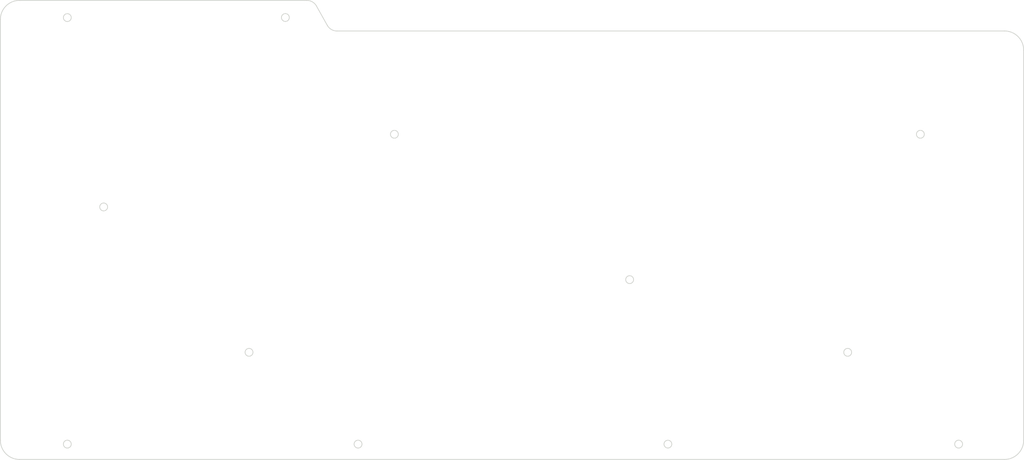
<source format=kicad_pcb>
(kicad_pcb (version 20171130) (host pcbnew 5.0.1)

  (general
    (thickness 1.6)
    (drawings 24)
    (tracks 0)
    (zones 0)
    (modules 65)
    (nets 1)
  )

  (page A3)
  (layers
    (0 F.Cu signal)
    (31 B.Cu signal)
    (32 B.Adhes user)
    (33 F.Adhes user)
    (34 B.Paste user)
    (35 F.Paste user)
    (36 B.SilkS user)
    (37 F.SilkS user)
    (38 B.Mask user)
    (39 F.Mask user)
    (40 Dwgs.User user)
    (41 Cmts.User user)
    (42 Eco1.User user)
    (43 Eco2.User user)
    (44 Edge.Cuts user)
    (45 Margin user)
    (46 B.CrtYd user)
    (47 F.CrtYd user)
    (48 B.Fab user)
    (49 F.Fab user)
  )

  (setup
    (last_trace_width 0.25)
    (trace_clearance 0.2)
    (zone_clearance 0.508)
    (zone_45_only no)
    (trace_min 0.2)
    (segment_width 0.2)
    (edge_width 0.2)
    (via_size 0.8)
    (via_drill 0.4)
    (via_min_size 0.4)
    (via_min_drill 0.3)
    (uvia_size 0.3)
    (uvia_drill 0.1)
    (uvias_allowed no)
    (uvia_min_size 0.2)
    (uvia_min_drill 0.1)
    (pcb_text_width 0.3)
    (pcb_text_size 1.5 1.5)
    (mod_edge_width 0.15)
    (mod_text_size 1 1)
    (mod_text_width 0.15)
    (pad_size 1.524 1.524)
    (pad_drill 0.762)
    (pad_to_mask_clearance 0.051)
    (solder_mask_min_width 0.25)
    (aux_axis_origin 0 0)
    (visible_elements FFFDF7FF)
    (pcbplotparams
      (layerselection 0x010fc_ffffffff)
      (usegerberextensions true)
      (usegerberattributes false)
      (usegerberadvancedattributes false)
      (creategerberjobfile false)
      (excludeedgelayer false)
      (linewidth 0.100000)
      (plotframeref false)
      (viasonmask false)
      (mode 1)
      (useauxorigin false)
      (hpglpennumber 1)
      (hpglpenspeed 20)
      (hpglpendiameter 15.000000)
      (psnegative false)
      (psa4output false)
      (plotreference true)
      (plotvalue true)
      (plotinvisibletext false)
      (padsonsilk false)
      (subtractmaskfromsilk false)
      (outputformat 1)
      (mirror false)
      (drillshape 0)
      (scaleselection 1)
      (outputdirectory "../Photos/Profiled Case/"))
  )

  (net 0 "")

  (net_class Default "This is the default net class."
    (clearance 0.2)
    (trace_width 0.25)
    (via_dia 0.8)
    (via_drill 0.4)
    (uvia_dia 0.3)
    (uvia_drill 0.1)
  )

  (module logos:MX_Stabilizer_Cutout-2u (layer F.Cu) (tedit 5C65CF47) (tstamp 5C65435C)
    (at 219.975 169.65 180)
    (fp_text reference REF** (at 0.25 10.05 180) (layer Eco2.User) hide
      (effects (font (size 1 1) (thickness 0.15)))
    )
    (fp_text value MX_Stabilizer_Cutout-2u (at 0 -15.24 180) (layer F.Fab) hide
      (effects (font (size 1 1) (thickness 0.15)))
    )
    (fp_line (start 19 -9.5) (end 19 9.5) (layer Dwgs.User) (width 0.15))
    (fp_line (start 19 9.5) (end -19 9.5) (layer Dwgs.User) (width 0.15))
    (fp_line (start -19 9.5) (end -19 -9.5) (layer Dwgs.User) (width 0.15))
    (fp_line (start -19 -9.5) (end 19 -9.5) (layer Dwgs.User) (width 0.15))
    (pad "" np_thru_hole oval (at -15.5448 0.3556 180) (size 1.1684 0.3048) (drill oval 1.1684 0.3048) (layers *.Cu *.Mask))
    (pad "" np_thru_hole oval (at -11.93 8.46 180) (size 6.6548 0.3048) (drill oval 6.6548 0.3048) (layers *.Cu *.Mask))
    (pad "" np_thru_hole oval (at -8.76 1.46 180) (size 0.3048 14.2936) (drill oval 0.3048 14.2936) (layers *.Cu *.Mask))
    (pad "" np_thru_hole oval (at -15.12 1.46 180) (size 0.3048 14.2936) (drill oval 0.3048 14.2936) (layers *.Cu *.Mask))
    (pad "" np_thru_hole oval (at -15.9766 -0.889 180) (size 0.3048 2.794) (drill oval 0.3048 2.794) (layers *.Cu *.Mask))
    (pad "" np_thru_hole oval (at -15.5448 -2.1336 180) (size 1.1684 0.3048) (drill oval 1.1684 0.3048) (layers *.Cu *.Mask))
    (pad "" np_thru_hole oval (at -11.938 -5.5372 180) (size 6.6548 0.3048) (drill oval 6.6548 0.3048) (layers *.Cu *.Mask))
    (pad "" np_thru_hole oval (at 11.934103 -5.533114 180) (size 6.6548 0.3048) (drill oval 6.6548 0.3048) (layers *.Cu *.Mask))
    (pad "" np_thru_hole oval (at 15.540903 -2.129514 180) (size 1.1684 0.3048) (drill oval 1.1684 0.3048) (layers *.Cu *.Mask))
    (pad "" np_thru_hole oval (at 15.972703 -0.884914 180) (size 0.3048 2.794) (drill oval 0.3048 2.794) (layers *.Cu *.Mask))
    (pad "" np_thru_hole oval (at 15.540903 0.359686 180) (size 1.1684 0.3048) (drill oval 1.1684 0.3048) (layers *.Cu *.Mask))
    (pad "" np_thru_hole oval (at 15.116103 1.464086 180) (size 0.3048 14.2936) (drill oval 0.3048 14.2936) (layers *.Cu *.Mask))
    (pad "" np_thru_hole oval (at 11.926103 8.464086 180) (size 6.6548 0.3048) (drill oval 6.6548 0.3048) (layers *.Cu *.Mask))
    (pad "" np_thru_hole oval (at 8.756103 1.464086 180) (size 0.3048 14.2936) (drill oval 0.3048 14.2936) (layers *.Cu *.Mask))
  )

  (module logos:MX_Stabilizer_Cutout-2u (layer F.Cu) (tedit 5C65CF47) (tstamp 5C652459)
    (at 177.475 169.625 180)
    (fp_text reference REF** (at 0.25 10.05 180) (layer Eco2.User) hide
      (effects (font (size 1 1) (thickness 0.15)))
    )
    (fp_text value MX_Stabilizer_Cutout-2u (at 0 -15.24 180) (layer F.Fab) hide
      (effects (font (size 1 1) (thickness 0.15)))
    )
    (fp_line (start 19 -9.5) (end 19 9.5) (layer Dwgs.User) (width 0.15))
    (fp_line (start 19 9.5) (end -19 9.5) (layer Dwgs.User) (width 0.15))
    (fp_line (start -19 9.5) (end -19 -9.5) (layer Dwgs.User) (width 0.15))
    (fp_line (start -19 -9.5) (end 19 -9.5) (layer Dwgs.User) (width 0.15))
    (pad "" np_thru_hole oval (at -15.5448 0.3556 180) (size 1.1684 0.3048) (drill oval 1.1684 0.3048) (layers *.Cu *.Mask))
    (pad "" np_thru_hole oval (at -11.93 8.46 180) (size 6.6548 0.3048) (drill oval 6.6548 0.3048) (layers *.Cu *.Mask))
    (pad "" np_thru_hole oval (at -8.76 1.46 180) (size 0.3048 14.2936) (drill oval 0.3048 14.2936) (layers *.Cu *.Mask))
    (pad "" np_thru_hole oval (at -15.12 1.46 180) (size 0.3048 14.2936) (drill oval 0.3048 14.2936) (layers *.Cu *.Mask))
    (pad "" np_thru_hole oval (at -15.9766 -0.889 180) (size 0.3048 2.794) (drill oval 0.3048 2.794) (layers *.Cu *.Mask))
    (pad "" np_thru_hole oval (at -15.5448 -2.1336 180) (size 1.1684 0.3048) (drill oval 1.1684 0.3048) (layers *.Cu *.Mask))
    (pad "" np_thru_hole oval (at -11.938 -5.5372 180) (size 6.6548 0.3048) (drill oval 6.6548 0.3048) (layers *.Cu *.Mask))
    (pad "" np_thru_hole oval (at 11.934103 -5.533114 180) (size 6.6548 0.3048) (drill oval 6.6548 0.3048) (layers *.Cu *.Mask))
    (pad "" np_thru_hole oval (at 15.540903 -2.129514 180) (size 1.1684 0.3048) (drill oval 1.1684 0.3048) (layers *.Cu *.Mask))
    (pad "" np_thru_hole oval (at 15.972703 -0.884914 180) (size 0.3048 2.794) (drill oval 0.3048 2.794) (layers *.Cu *.Mask))
    (pad "" np_thru_hole oval (at 15.540903 0.359686 180) (size 1.1684 0.3048) (drill oval 1.1684 0.3048) (layers *.Cu *.Mask))
    (pad "" np_thru_hole oval (at 15.116103 1.464086 180) (size 0.3048 14.2936) (drill oval 0.3048 14.2936) (layers *.Cu *.Mask))
    (pad "" np_thru_hole oval (at 11.926103 8.464086 180) (size 6.6548 0.3048) (drill oval 6.6548 0.3048) (layers *.Cu *.Mask))
    (pad "" np_thru_hole oval (at 8.756103 1.464086 180) (size 0.3048 14.2936) (drill oval 0.3048 14.2936) (layers *.Cu *.Mask))
  )

  (module keebio:MX_Switch_Cutout_Slim (layer F.Cu) (tedit 5C64BF09) (tstamp 5C64D6ED)
    (at 91.974 93.654 180)
    (path /5C40D326)
    (fp_text reference SWA1 (at 0.25 10.05 180) (layer Eco2.User) hide
      (effects (font (size 1 1) (thickness 0.15)))
    )
    (fp_text value SW_PUSH (at 0 -15.24 180) (layer F.Fab) hide
      (effects (font (size 1 1) (thickness 0.15)))
    )
    (fp_line (start 9.5 -9.5) (end 9.5 9.5) (layer Dwgs.User) (width 0.15))
    (fp_line (start 9.5 9.5) (end -9.5 9.5) (layer Dwgs.User) (width 0.15))
    (fp_line (start -9.5 9.5) (end -9.5 -9.5) (layer Dwgs.User) (width 0.15))
    (fp_line (start -9.5 -9.5) (end 9.5 -9.5) (layer Dwgs.User) (width 0.15))
    (pad "" np_thru_hole oval (at 7.14375 2.667 180) (size 1.3335 0.508) (drill oval 1.3335 0.508) (layers *.Cu *.Mask))
    (pad "" np_thru_hole oval (at -7.14375 2.667 180) (size 1.3335 0.508) (drill oval 1.3335 0.508) (layers *.Cu *.Mask))
    (pad "" np_thru_hole oval (at 7.14375 -2.667 180) (size 1.3335 0.508) (drill oval 1.3335 0.508) (layers *.Cu *.Mask))
    (pad "" np_thru_hole oval (at -7.14375 -2.667 180) (size 1.3335 0.508) (drill oval 1.3335 0.508) (layers *.Cu *.Mask))
    (pad "" np_thru_hole oval (at -6.731 0 180) (size 0.508 5.842) (drill oval 0.508 5.842) (layers *.Cu *.Mask))
    (pad "" np_thru_hole oval (at 6.731 0 180) (size 0.508 5.842) (drill oval 0.508 5.842) (layers *.Cu *.Mask))
    (pad "" np_thru_hole oval (at -7.5565 4.699 180) (size 0.508 4.572) (drill oval 0.508 4.572) (layers *.Cu *.Mask))
    (pad "" np_thru_hole oval (at 7.5565 4.699 180) (size 0.508 4.572) (drill oval 0.508 4.572) (layers *.Cu *.Mask))
    (pad "" np_thru_hole oval (at 7.5565 -4.699 180) (size 0.508 4.572) (drill oval 0.508 4.572) (layers *.Cu *.Mask))
    (pad "" np_thru_hole oval (at -7.5565 -4.699 180) (size 0.508 4.572) (drill oval 0.508 4.572) (layers *.Cu *.Mask))
    (pad "" np_thru_hole oval (at 0 6.731 180) (size 15.5956 0.508) (drill oval 15.5956 0.508) (layers *.Cu *.Mask))
    (pad "" np_thru_hole oval (at 0 -6.731 180) (size 15.5956 0.508) (drill oval 15.5956 0.508) (layers *.Cu *.Mask))
  )

  (module keebio:MX_Switch_Cutout_Slim (layer F.Cu) (tedit 5C64BF09) (tstamp 5C64D700)
    (at 110.974 93.654)
    (path /5C406DCC)
    (fp_text reference SWA2 (at 0.25 10.05) (layer Eco2.User) hide
      (effects (font (size 1 1) (thickness 0.15)))
    )
    (fp_text value SW_PUSH (at 0 -15.24) (layer F.Fab) hide
      (effects (font (size 1 1) (thickness 0.15)))
    )
    (fp_line (start -9.5 -9.5) (end 9.5 -9.5) (layer Dwgs.User) (width 0.15))
    (fp_line (start -9.5 9.5) (end -9.5 -9.5) (layer Dwgs.User) (width 0.15))
    (fp_line (start 9.5 9.5) (end -9.5 9.5) (layer Dwgs.User) (width 0.15))
    (fp_line (start 9.5 -9.5) (end 9.5 9.5) (layer Dwgs.User) (width 0.15))
    (pad "" np_thru_hole oval (at 0 -6.731) (size 15.5956 0.508) (drill oval 15.5956 0.508) (layers *.Cu *.Mask))
    (pad "" np_thru_hole oval (at 0 6.731) (size 15.5956 0.508) (drill oval 15.5956 0.508) (layers *.Cu *.Mask))
    (pad "" np_thru_hole oval (at -7.5565 -4.699) (size 0.508 4.572) (drill oval 0.508 4.572) (layers *.Cu *.Mask))
    (pad "" np_thru_hole oval (at 7.5565 -4.699) (size 0.508 4.572) (drill oval 0.508 4.572) (layers *.Cu *.Mask))
    (pad "" np_thru_hole oval (at 7.5565 4.699) (size 0.508 4.572) (drill oval 0.508 4.572) (layers *.Cu *.Mask))
    (pad "" np_thru_hole oval (at -7.5565 4.699) (size 0.508 4.572) (drill oval 0.508 4.572) (layers *.Cu *.Mask))
    (pad "" np_thru_hole oval (at 6.731 0) (size 0.508 5.842) (drill oval 0.508 5.842) (layers *.Cu *.Mask))
    (pad "" np_thru_hole oval (at -6.731 0) (size 0.508 5.842) (drill oval 0.508 5.842) (layers *.Cu *.Mask))
    (pad "" np_thru_hole oval (at -7.14375 -2.667) (size 1.3335 0.508) (drill oval 1.3335 0.508) (layers *.Cu *.Mask))
    (pad "" np_thru_hole oval (at 7.14375 -2.667) (size 1.3335 0.508) (drill oval 1.3335 0.508) (layers *.Cu *.Mask))
    (pad "" np_thru_hole oval (at -7.14375 2.667) (size 1.3335 0.508) (drill oval 1.3335 0.508) (layers *.Cu *.Mask))
    (pad "" np_thru_hole oval (at 7.14375 2.667) (size 1.3335 0.508) (drill oval 1.3335 0.508) (layers *.Cu *.Mask))
  )

  (module keebio:MX_Switch_Cutout_Slim (layer F.Cu) (tedit 5C64BF09) (tstamp 5C64D713)
    (at 129.974 93.654 180)
    (path /5C40CB09)
    (fp_text reference SWA3 (at 0.25 10.05 180) (layer Eco2.User) hide
      (effects (font (size 1 1) (thickness 0.15)))
    )
    (fp_text value SW_PUSH (at 0 -15.24 180) (layer F.Fab) hide
      (effects (font (size 1 1) (thickness 0.15)))
    )
    (fp_line (start 9.5 -9.5) (end 9.5 9.5) (layer Dwgs.User) (width 0.15))
    (fp_line (start 9.5 9.5) (end -9.5 9.5) (layer Dwgs.User) (width 0.15))
    (fp_line (start -9.5 9.5) (end -9.5 -9.5) (layer Dwgs.User) (width 0.15))
    (fp_line (start -9.5 -9.5) (end 9.5 -9.5) (layer Dwgs.User) (width 0.15))
    (pad "" np_thru_hole oval (at 7.14375 2.667 180) (size 1.3335 0.508) (drill oval 1.3335 0.508) (layers *.Cu *.Mask))
    (pad "" np_thru_hole oval (at -7.14375 2.667 180) (size 1.3335 0.508) (drill oval 1.3335 0.508) (layers *.Cu *.Mask))
    (pad "" np_thru_hole oval (at 7.14375 -2.667 180) (size 1.3335 0.508) (drill oval 1.3335 0.508) (layers *.Cu *.Mask))
    (pad "" np_thru_hole oval (at -7.14375 -2.667 180) (size 1.3335 0.508) (drill oval 1.3335 0.508) (layers *.Cu *.Mask))
    (pad "" np_thru_hole oval (at -6.731 0 180) (size 0.508 5.842) (drill oval 0.508 5.842) (layers *.Cu *.Mask))
    (pad "" np_thru_hole oval (at 6.731 0 180) (size 0.508 5.842) (drill oval 0.508 5.842) (layers *.Cu *.Mask))
    (pad "" np_thru_hole oval (at -7.5565 4.699 180) (size 0.508 4.572) (drill oval 0.508 4.572) (layers *.Cu *.Mask))
    (pad "" np_thru_hole oval (at 7.5565 4.699 180) (size 0.508 4.572) (drill oval 0.508 4.572) (layers *.Cu *.Mask))
    (pad "" np_thru_hole oval (at 7.5565 -4.699 180) (size 0.508 4.572) (drill oval 0.508 4.572) (layers *.Cu *.Mask))
    (pad "" np_thru_hole oval (at -7.5565 -4.699 180) (size 0.508 4.572) (drill oval 0.508 4.572) (layers *.Cu *.Mask))
    (pad "" np_thru_hole oval (at 0 6.731 180) (size 15.5956 0.508) (drill oval 15.5956 0.508) (layers *.Cu *.Mask))
    (pad "" np_thru_hole oval (at 0 -6.731 180) (size 15.5956 0.508) (drill oval 15.5956 0.508) (layers *.Cu *.Mask))
  )

  (module keebio:MX_Switch_Cutout_Slim (layer F.Cu) (tedit 5C64BF09) (tstamp 5C64D726)
    (at 148.974 93.654 180)
    (path /5C40CC5A)
    (fp_text reference SWA4 (at 0.25 10.05 180) (layer Eco2.User) hide
      (effects (font (size 1 1) (thickness 0.15)))
    )
    (fp_text value SW_PUSH (at 0 -15.24 180) (layer F.Fab) hide
      (effects (font (size 1 1) (thickness 0.15)))
    )
    (fp_line (start -9.5 -9.5) (end 9.5 -9.5) (layer Dwgs.User) (width 0.15))
    (fp_line (start -9.5 9.5) (end -9.5 -9.5) (layer Dwgs.User) (width 0.15))
    (fp_line (start 9.5 9.5) (end -9.5 9.5) (layer Dwgs.User) (width 0.15))
    (fp_line (start 9.5 -9.5) (end 9.5 9.5) (layer Dwgs.User) (width 0.15))
    (pad "" np_thru_hole oval (at 0 -6.731 180) (size 15.5956 0.508) (drill oval 15.5956 0.508) (layers *.Cu *.Mask))
    (pad "" np_thru_hole oval (at 0 6.731 180) (size 15.5956 0.508) (drill oval 15.5956 0.508) (layers *.Cu *.Mask))
    (pad "" np_thru_hole oval (at -7.5565 -4.699 180) (size 0.508 4.572) (drill oval 0.508 4.572) (layers *.Cu *.Mask))
    (pad "" np_thru_hole oval (at 7.5565 -4.699 180) (size 0.508 4.572) (drill oval 0.508 4.572) (layers *.Cu *.Mask))
    (pad "" np_thru_hole oval (at 7.5565 4.699 180) (size 0.508 4.572) (drill oval 0.508 4.572) (layers *.Cu *.Mask))
    (pad "" np_thru_hole oval (at -7.5565 4.699 180) (size 0.508 4.572) (drill oval 0.508 4.572) (layers *.Cu *.Mask))
    (pad "" np_thru_hole oval (at 6.731 0 180) (size 0.508 5.842) (drill oval 0.508 5.842) (layers *.Cu *.Mask))
    (pad "" np_thru_hole oval (at -6.731 0 180) (size 0.508 5.842) (drill oval 0.508 5.842) (layers *.Cu *.Mask))
    (pad "" np_thru_hole oval (at -7.14375 -2.667 180) (size 1.3335 0.508) (drill oval 1.3335 0.508) (layers *.Cu *.Mask))
    (pad "" np_thru_hole oval (at 7.14375 -2.667 180) (size 1.3335 0.508) (drill oval 1.3335 0.508) (layers *.Cu *.Mask))
    (pad "" np_thru_hole oval (at -7.14375 2.667 180) (size 1.3335 0.508) (drill oval 1.3335 0.508) (layers *.Cu *.Mask))
    (pad "" np_thru_hole oval (at 7.14375 2.667 180) (size 1.3335 0.508) (drill oval 1.3335 0.508) (layers *.Cu *.Mask))
  )

  (module keebio:MX_Switch_Cutout_Slim (layer F.Cu) (tedit 5C64BF09) (tstamp 5C64D739)
    (at 167.974 93.654 180)
    (path /5C40CDB2)
    (fp_text reference SWA5 (at 0.25 10.05 180) (layer Eco2.User) hide
      (effects (font (size 1 1) (thickness 0.15)))
    )
    (fp_text value SW_PUSH (at 0 -15.24 180) (layer F.Fab) hide
      (effects (font (size 1 1) (thickness 0.15)))
    )
    (fp_line (start 9.5 -9.5) (end 9.5 9.5) (layer Dwgs.User) (width 0.15))
    (fp_line (start 9.5 9.5) (end -9.5 9.5) (layer Dwgs.User) (width 0.15))
    (fp_line (start -9.5 9.5) (end -9.5 -9.5) (layer Dwgs.User) (width 0.15))
    (fp_line (start -9.5 -9.5) (end 9.5 -9.5) (layer Dwgs.User) (width 0.15))
    (pad "" np_thru_hole oval (at 7.14375 2.667 180) (size 1.3335 0.508) (drill oval 1.3335 0.508) (layers *.Cu *.Mask))
    (pad "" np_thru_hole oval (at -7.14375 2.667 180) (size 1.3335 0.508) (drill oval 1.3335 0.508) (layers *.Cu *.Mask))
    (pad "" np_thru_hole oval (at 7.14375 -2.667 180) (size 1.3335 0.508) (drill oval 1.3335 0.508) (layers *.Cu *.Mask))
    (pad "" np_thru_hole oval (at -7.14375 -2.667 180) (size 1.3335 0.508) (drill oval 1.3335 0.508) (layers *.Cu *.Mask))
    (pad "" np_thru_hole oval (at -6.731 0 180) (size 0.508 5.842) (drill oval 0.508 5.842) (layers *.Cu *.Mask))
    (pad "" np_thru_hole oval (at 6.731 0 180) (size 0.508 5.842) (drill oval 0.508 5.842) (layers *.Cu *.Mask))
    (pad "" np_thru_hole oval (at -7.5565 4.699 180) (size 0.508 4.572) (drill oval 0.508 4.572) (layers *.Cu *.Mask))
    (pad "" np_thru_hole oval (at 7.5565 4.699 180) (size 0.508 4.572) (drill oval 0.508 4.572) (layers *.Cu *.Mask))
    (pad "" np_thru_hole oval (at 7.5565 -4.699 180) (size 0.508 4.572) (drill oval 0.508 4.572) (layers *.Cu *.Mask))
    (pad "" np_thru_hole oval (at -7.5565 -4.699 180) (size 0.508 4.572) (drill oval 0.508 4.572) (layers *.Cu *.Mask))
    (pad "" np_thru_hole oval (at 0 6.731 180) (size 15.5956 0.508) (drill oval 15.5956 0.508) (layers *.Cu *.Mask))
    (pad "" np_thru_hole oval (at 0 -6.731 180) (size 15.5956 0.508) (drill oval 15.5956 0.508) (layers *.Cu *.Mask))
  )

  (module keebio:MX_Switch_Cutout_Slim (layer F.Cu) (tedit 5C64BF09) (tstamp 5C64D74C)
    (at 186.974 93.654 180)
    (path /5C40CF09)
    (fp_text reference SWA6 (at 0.25 10.05 180) (layer Eco2.User) hide
      (effects (font (size 1 1) (thickness 0.15)))
    )
    (fp_text value SW_PUSH (at 0 -15.24 180) (layer F.Fab) hide
      (effects (font (size 1 1) (thickness 0.15)))
    )
    (fp_line (start 9.5 -9.5) (end 9.5 9.5) (layer Dwgs.User) (width 0.15))
    (fp_line (start 9.5 9.5) (end -9.5 9.5) (layer Dwgs.User) (width 0.15))
    (fp_line (start -9.5 9.5) (end -9.5 -9.5) (layer Dwgs.User) (width 0.15))
    (fp_line (start -9.5 -9.5) (end 9.5 -9.5) (layer Dwgs.User) (width 0.15))
    (pad "" np_thru_hole oval (at 7.14375 2.667 180) (size 1.3335 0.508) (drill oval 1.3335 0.508) (layers *.Cu *.Mask))
    (pad "" np_thru_hole oval (at -7.14375 2.667 180) (size 1.3335 0.508) (drill oval 1.3335 0.508) (layers *.Cu *.Mask))
    (pad "" np_thru_hole oval (at 7.14375 -2.667 180) (size 1.3335 0.508) (drill oval 1.3335 0.508) (layers *.Cu *.Mask))
    (pad "" np_thru_hole oval (at -7.14375 -2.667 180) (size 1.3335 0.508) (drill oval 1.3335 0.508) (layers *.Cu *.Mask))
    (pad "" np_thru_hole oval (at -6.731 0 180) (size 0.508 5.842) (drill oval 0.508 5.842) (layers *.Cu *.Mask))
    (pad "" np_thru_hole oval (at 6.731 0 180) (size 0.508 5.842) (drill oval 0.508 5.842) (layers *.Cu *.Mask))
    (pad "" np_thru_hole oval (at -7.5565 4.699 180) (size 0.508 4.572) (drill oval 0.508 4.572) (layers *.Cu *.Mask))
    (pad "" np_thru_hole oval (at 7.5565 4.699 180) (size 0.508 4.572) (drill oval 0.508 4.572) (layers *.Cu *.Mask))
    (pad "" np_thru_hole oval (at 7.5565 -4.699 180) (size 0.508 4.572) (drill oval 0.508 4.572) (layers *.Cu *.Mask))
    (pad "" np_thru_hole oval (at -7.5565 -4.699 180) (size 0.508 4.572) (drill oval 0.508 4.572) (layers *.Cu *.Mask))
    (pad "" np_thru_hole oval (at 0 6.731 180) (size 15.5956 0.508) (drill oval 15.5956 0.508) (layers *.Cu *.Mask))
    (pad "" np_thru_hole oval (at 0 -6.731 180) (size 15.5956 0.508) (drill oval 15.5956 0.508) (layers *.Cu *.Mask))
  )

  (module keebio:MX_Switch_Cutout_Slim (layer F.Cu) (tedit 5C64BF09) (tstamp 5C64D75F)
    (at 210.5 93.65 180)
    (path /5C40E71A)
    (fp_text reference SWA7 (at 0.25 10.05 180) (layer Eco2.User) hide
      (effects (font (size 1 1) (thickness 0.15)))
    )
    (fp_text value SW_PUSH (at 0 -15.24 180) (layer F.Fab) hide
      (effects (font (size 1 1) (thickness 0.15)))
    )
    (fp_line (start -9.5 -9.5) (end 9.5 -9.5) (layer Dwgs.User) (width 0.15))
    (fp_line (start -9.5 9.5) (end -9.5 -9.5) (layer Dwgs.User) (width 0.15))
    (fp_line (start 9.5 9.5) (end -9.5 9.5) (layer Dwgs.User) (width 0.15))
    (fp_line (start 9.5 -9.5) (end 9.5 9.5) (layer Dwgs.User) (width 0.15))
    (pad "" np_thru_hole oval (at 0 -6.731 180) (size 15.5956 0.508) (drill oval 15.5956 0.508) (layers *.Cu *.Mask))
    (pad "" np_thru_hole oval (at 0 6.731 180) (size 15.5956 0.508) (drill oval 15.5956 0.508) (layers *.Cu *.Mask))
    (pad "" np_thru_hole oval (at -7.5565 -4.699 180) (size 0.508 4.572) (drill oval 0.508 4.572) (layers *.Cu *.Mask))
    (pad "" np_thru_hole oval (at 7.5565 -4.699 180) (size 0.508 4.572) (drill oval 0.508 4.572) (layers *.Cu *.Mask))
    (pad "" np_thru_hole oval (at 7.5565 4.699 180) (size 0.508 4.572) (drill oval 0.508 4.572) (layers *.Cu *.Mask))
    (pad "" np_thru_hole oval (at -7.5565 4.699 180) (size 0.508 4.572) (drill oval 0.508 4.572) (layers *.Cu *.Mask))
    (pad "" np_thru_hole oval (at 6.731 0 180) (size 0.508 5.842) (drill oval 0.508 5.842) (layers *.Cu *.Mask))
    (pad "" np_thru_hole oval (at -6.731 0 180) (size 0.508 5.842) (drill oval 0.508 5.842) (layers *.Cu *.Mask))
    (pad "" np_thru_hole oval (at -7.14375 -2.667 180) (size 1.3335 0.508) (drill oval 1.3335 0.508) (layers *.Cu *.Mask))
    (pad "" np_thru_hole oval (at 7.14375 -2.667 180) (size 1.3335 0.508) (drill oval 1.3335 0.508) (layers *.Cu *.Mask))
    (pad "" np_thru_hole oval (at -7.14375 2.667 180) (size 1.3335 0.508) (drill oval 1.3335 0.508) (layers *.Cu *.Mask))
    (pad "" np_thru_hole oval (at 7.14375 2.667 180) (size 1.3335 0.508) (drill oval 1.3335 0.508) (layers *.Cu *.Mask))
  )

  (module keebio:MX_Switch_Cutout_Slim (layer F.Cu) (tedit 5C64BF09) (tstamp 5C64D772)
    (at 229.5 93.65 180)
    (path /5C40E666)
    (fp_text reference SWA8 (at 0.25 10.05 180) (layer Eco2.User) hide
      (effects (font (size 1 1) (thickness 0.15)))
    )
    (fp_text value SW_PUSH (at 0 -15.24 180) (layer F.Fab) hide
      (effects (font (size 1 1) (thickness 0.15)))
    )
    (fp_line (start -9.5 -9.5) (end 9.5 -9.5) (layer Dwgs.User) (width 0.15))
    (fp_line (start -9.5 9.5) (end -9.5 -9.5) (layer Dwgs.User) (width 0.15))
    (fp_line (start 9.5 9.5) (end -9.5 9.5) (layer Dwgs.User) (width 0.15))
    (fp_line (start 9.5 -9.5) (end 9.5 9.5) (layer Dwgs.User) (width 0.15))
    (pad "" np_thru_hole oval (at 0 -6.731 180) (size 15.5956 0.508) (drill oval 15.5956 0.508) (layers *.Cu *.Mask))
    (pad "" np_thru_hole oval (at 0 6.731 180) (size 15.5956 0.508) (drill oval 15.5956 0.508) (layers *.Cu *.Mask))
    (pad "" np_thru_hole oval (at -7.5565 -4.699 180) (size 0.508 4.572) (drill oval 0.508 4.572) (layers *.Cu *.Mask))
    (pad "" np_thru_hole oval (at 7.5565 -4.699 180) (size 0.508 4.572) (drill oval 0.508 4.572) (layers *.Cu *.Mask))
    (pad "" np_thru_hole oval (at 7.5565 4.699 180) (size 0.508 4.572) (drill oval 0.508 4.572) (layers *.Cu *.Mask))
    (pad "" np_thru_hole oval (at -7.5565 4.699 180) (size 0.508 4.572) (drill oval 0.508 4.572) (layers *.Cu *.Mask))
    (pad "" np_thru_hole oval (at 6.731 0 180) (size 0.508 5.842) (drill oval 0.508 5.842) (layers *.Cu *.Mask))
    (pad "" np_thru_hole oval (at -6.731 0 180) (size 0.508 5.842) (drill oval 0.508 5.842) (layers *.Cu *.Mask))
    (pad "" np_thru_hole oval (at -7.14375 -2.667 180) (size 1.3335 0.508) (drill oval 1.3335 0.508) (layers *.Cu *.Mask))
    (pad "" np_thru_hole oval (at 7.14375 -2.667 180) (size 1.3335 0.508) (drill oval 1.3335 0.508) (layers *.Cu *.Mask))
    (pad "" np_thru_hole oval (at -7.14375 2.667 180) (size 1.3335 0.508) (drill oval 1.3335 0.508) (layers *.Cu *.Mask))
    (pad "" np_thru_hole oval (at 7.14375 2.667 180) (size 1.3335 0.508) (drill oval 1.3335 0.508) (layers *.Cu *.Mask))
  )

  (module keebio:MX_Switch_Cutout_Slim (layer F.Cu) (tedit 5C64BF09) (tstamp 5C64D785)
    (at 248.5 93.65 180)
    (path /5C40E68A)
    (fp_text reference SWA9 (at 0.25 10.05 180) (layer Eco2.User) hide
      (effects (font (size 1 1) (thickness 0.15)))
    )
    (fp_text value SW_PUSH (at 0 -15.24 180) (layer F.Fab) hide
      (effects (font (size 1 1) (thickness 0.15)))
    )
    (fp_line (start 9.5 -9.5) (end 9.5 9.5) (layer Dwgs.User) (width 0.15))
    (fp_line (start 9.5 9.5) (end -9.5 9.5) (layer Dwgs.User) (width 0.15))
    (fp_line (start -9.5 9.5) (end -9.5 -9.5) (layer Dwgs.User) (width 0.15))
    (fp_line (start -9.5 -9.5) (end 9.5 -9.5) (layer Dwgs.User) (width 0.15))
    (pad "" np_thru_hole oval (at 7.14375 2.667 180) (size 1.3335 0.508) (drill oval 1.3335 0.508) (layers *.Cu *.Mask))
    (pad "" np_thru_hole oval (at -7.14375 2.667 180) (size 1.3335 0.508) (drill oval 1.3335 0.508) (layers *.Cu *.Mask))
    (pad "" np_thru_hole oval (at 7.14375 -2.667 180) (size 1.3335 0.508) (drill oval 1.3335 0.508) (layers *.Cu *.Mask))
    (pad "" np_thru_hole oval (at -7.14375 -2.667 180) (size 1.3335 0.508) (drill oval 1.3335 0.508) (layers *.Cu *.Mask))
    (pad "" np_thru_hole oval (at -6.731 0 180) (size 0.508 5.842) (drill oval 0.508 5.842) (layers *.Cu *.Mask))
    (pad "" np_thru_hole oval (at 6.731 0 180) (size 0.508 5.842) (drill oval 0.508 5.842) (layers *.Cu *.Mask))
    (pad "" np_thru_hole oval (at -7.5565 4.699 180) (size 0.508 4.572) (drill oval 0.508 4.572) (layers *.Cu *.Mask))
    (pad "" np_thru_hole oval (at 7.5565 4.699 180) (size 0.508 4.572) (drill oval 0.508 4.572) (layers *.Cu *.Mask))
    (pad "" np_thru_hole oval (at 7.5565 -4.699 180) (size 0.508 4.572) (drill oval 0.508 4.572) (layers *.Cu *.Mask))
    (pad "" np_thru_hole oval (at -7.5565 -4.699 180) (size 0.508 4.572) (drill oval 0.508 4.572) (layers *.Cu *.Mask))
    (pad "" np_thru_hole oval (at 0 6.731 180) (size 15.5956 0.508) (drill oval 15.5956 0.508) (layers *.Cu *.Mask))
    (pad "" np_thru_hole oval (at 0 -6.731 180) (size 15.5956 0.508) (drill oval 15.5956 0.508) (layers *.Cu *.Mask))
  )

  (module keebio:MX_Switch_Cutout_Slim (layer F.Cu) (tedit 5C64BF09) (tstamp 5C64D798)
    (at 267.5 93.65 180)
    (path /5C40E6AE)
    (fp_text reference SWA10 (at 0.25 10.05 180) (layer Eco2.User) hide
      (effects (font (size 1 1) (thickness 0.15)))
    )
    (fp_text value SW_PUSH (at 0 -15.24 180) (layer F.Fab) hide
      (effects (font (size 1 1) (thickness 0.15)))
    )
    (fp_line (start -9.5 -9.5) (end 9.5 -9.5) (layer Dwgs.User) (width 0.15))
    (fp_line (start -9.5 9.5) (end -9.5 -9.5) (layer Dwgs.User) (width 0.15))
    (fp_line (start 9.5 9.5) (end -9.5 9.5) (layer Dwgs.User) (width 0.15))
    (fp_line (start 9.5 -9.5) (end 9.5 9.5) (layer Dwgs.User) (width 0.15))
    (pad "" np_thru_hole oval (at 0 -6.731 180) (size 15.5956 0.508) (drill oval 15.5956 0.508) (layers *.Cu *.Mask))
    (pad "" np_thru_hole oval (at 0 6.731 180) (size 15.5956 0.508) (drill oval 15.5956 0.508) (layers *.Cu *.Mask))
    (pad "" np_thru_hole oval (at -7.5565 -4.699 180) (size 0.508 4.572) (drill oval 0.508 4.572) (layers *.Cu *.Mask))
    (pad "" np_thru_hole oval (at 7.5565 -4.699 180) (size 0.508 4.572) (drill oval 0.508 4.572) (layers *.Cu *.Mask))
    (pad "" np_thru_hole oval (at 7.5565 4.699 180) (size 0.508 4.572) (drill oval 0.508 4.572) (layers *.Cu *.Mask))
    (pad "" np_thru_hole oval (at -7.5565 4.699 180) (size 0.508 4.572) (drill oval 0.508 4.572) (layers *.Cu *.Mask))
    (pad "" np_thru_hole oval (at 6.731 0 180) (size 0.508 5.842) (drill oval 0.508 5.842) (layers *.Cu *.Mask))
    (pad "" np_thru_hole oval (at -6.731 0 180) (size 0.508 5.842) (drill oval 0.508 5.842) (layers *.Cu *.Mask))
    (pad "" np_thru_hole oval (at -7.14375 -2.667 180) (size 1.3335 0.508) (drill oval 1.3335 0.508) (layers *.Cu *.Mask))
    (pad "" np_thru_hole oval (at 7.14375 -2.667 180) (size 1.3335 0.508) (drill oval 1.3335 0.508) (layers *.Cu *.Mask))
    (pad "" np_thru_hole oval (at -7.14375 2.667 180) (size 1.3335 0.508) (drill oval 1.3335 0.508) (layers *.Cu *.Mask))
    (pad "" np_thru_hole oval (at 7.14375 2.667 180) (size 1.3335 0.508) (drill oval 1.3335 0.508) (layers *.Cu *.Mask))
  )

  (module keebio:MX_Switch_Cutout_Slim (layer F.Cu) (tedit 5C64BF09) (tstamp 5C64D7AB)
    (at 286.5 93.65 180)
    (path /5C40E6D2)
    (fp_text reference SWA11 (at 0.25 10.05 180) (layer Eco2.User) hide
      (effects (font (size 1 1) (thickness 0.15)))
    )
    (fp_text value SW_PUSH (at 0 -15.24 180) (layer F.Fab) hide
      (effects (font (size 1 1) (thickness 0.15)))
    )
    (fp_line (start 9.5 -9.5) (end 9.5 9.5) (layer Dwgs.User) (width 0.15))
    (fp_line (start 9.5 9.5) (end -9.5 9.5) (layer Dwgs.User) (width 0.15))
    (fp_line (start -9.5 9.5) (end -9.5 -9.5) (layer Dwgs.User) (width 0.15))
    (fp_line (start -9.5 -9.5) (end 9.5 -9.5) (layer Dwgs.User) (width 0.15))
    (pad "" np_thru_hole oval (at 7.14375 2.667 180) (size 1.3335 0.508) (drill oval 1.3335 0.508) (layers *.Cu *.Mask))
    (pad "" np_thru_hole oval (at -7.14375 2.667 180) (size 1.3335 0.508) (drill oval 1.3335 0.508) (layers *.Cu *.Mask))
    (pad "" np_thru_hole oval (at 7.14375 -2.667 180) (size 1.3335 0.508) (drill oval 1.3335 0.508) (layers *.Cu *.Mask))
    (pad "" np_thru_hole oval (at -7.14375 -2.667 180) (size 1.3335 0.508) (drill oval 1.3335 0.508) (layers *.Cu *.Mask))
    (pad "" np_thru_hole oval (at -6.731 0 180) (size 0.508 5.842) (drill oval 0.508 5.842) (layers *.Cu *.Mask))
    (pad "" np_thru_hole oval (at 6.731 0 180) (size 0.508 5.842) (drill oval 0.508 5.842) (layers *.Cu *.Mask))
    (pad "" np_thru_hole oval (at -7.5565 4.699 180) (size 0.508 4.572) (drill oval 0.508 4.572) (layers *.Cu *.Mask))
    (pad "" np_thru_hole oval (at 7.5565 4.699 180) (size 0.508 4.572) (drill oval 0.508 4.572) (layers *.Cu *.Mask))
    (pad "" np_thru_hole oval (at 7.5565 -4.699 180) (size 0.508 4.572) (drill oval 0.508 4.572) (layers *.Cu *.Mask))
    (pad "" np_thru_hole oval (at -7.5565 -4.699 180) (size 0.508 4.572) (drill oval 0.508 4.572) (layers *.Cu *.Mask))
    (pad "" np_thru_hole oval (at 0 6.731 180) (size 15.5956 0.508) (drill oval 15.5956 0.508) (layers *.Cu *.Mask))
    (pad "" np_thru_hole oval (at 0 -6.731 180) (size 15.5956 0.508) (drill oval 15.5956 0.508) (layers *.Cu *.Mask))
  )

  (module keebio:MX_Switch_Cutout_Slim (layer F.Cu) (tedit 5C64BF09) (tstamp 5C64D7BE)
    (at 305.5 93.65 180)
    (path /5C40E6F6)
    (fp_text reference SWA12 (at 0.25 10.05 180) (layer Eco2.User) hide
      (effects (font (size 1 1) (thickness 0.15)))
    )
    (fp_text value SW_PUSH (at 0 -15.24 180) (layer F.Fab) hide
      (effects (font (size 1 1) (thickness 0.15)))
    )
    (fp_line (start 9.5 -9.5) (end 9.5 9.5) (layer Dwgs.User) (width 0.15))
    (fp_line (start 9.5 9.5) (end -9.5 9.5) (layer Dwgs.User) (width 0.15))
    (fp_line (start -9.5 9.5) (end -9.5 -9.5) (layer Dwgs.User) (width 0.15))
    (fp_line (start -9.5 -9.5) (end 9.5 -9.5) (layer Dwgs.User) (width 0.15))
    (pad "" np_thru_hole oval (at 7.14375 2.667 180) (size 1.3335 0.508) (drill oval 1.3335 0.508) (layers *.Cu *.Mask))
    (pad "" np_thru_hole oval (at -7.14375 2.667 180) (size 1.3335 0.508) (drill oval 1.3335 0.508) (layers *.Cu *.Mask))
    (pad "" np_thru_hole oval (at 7.14375 -2.667 180) (size 1.3335 0.508) (drill oval 1.3335 0.508) (layers *.Cu *.Mask))
    (pad "" np_thru_hole oval (at -7.14375 -2.667 180) (size 1.3335 0.508) (drill oval 1.3335 0.508) (layers *.Cu *.Mask))
    (pad "" np_thru_hole oval (at -6.731 0 180) (size 0.508 5.842) (drill oval 0.508 5.842) (layers *.Cu *.Mask))
    (pad "" np_thru_hole oval (at 6.731 0 180) (size 0.508 5.842) (drill oval 0.508 5.842) (layers *.Cu *.Mask))
    (pad "" np_thru_hole oval (at -7.5565 4.699 180) (size 0.508 4.572) (drill oval 0.508 4.572) (layers *.Cu *.Mask))
    (pad "" np_thru_hole oval (at 7.5565 4.699 180) (size 0.508 4.572) (drill oval 0.508 4.572) (layers *.Cu *.Mask))
    (pad "" np_thru_hole oval (at 7.5565 -4.699 180) (size 0.508 4.572) (drill oval 0.508 4.572) (layers *.Cu *.Mask))
    (pad "" np_thru_hole oval (at -7.5565 -4.699 180) (size 0.508 4.572) (drill oval 0.508 4.572) (layers *.Cu *.Mask))
    (pad "" np_thru_hole oval (at 0 6.731 180) (size 15.5956 0.508) (drill oval 15.5956 0.508) (layers *.Cu *.Mask))
    (pad "" np_thru_hole oval (at 0 -6.731 180) (size 15.5956 0.508) (drill oval 15.5956 0.508) (layers *.Cu *.Mask))
  )

  (module keebio:MX_Switch_Cutout_Slim (layer F.Cu) (tedit 5C64BF09) (tstamp 5C64D7D1)
    (at 324.5 93.65 180)
    (path /5C411E15)
    (fp_text reference SWA13 (at 0.25 10.05 180) (layer Eco2.User) hide
      (effects (font (size 1 1) (thickness 0.15)))
    )
    (fp_text value SW_PUSH (at 0 -15.24 180) (layer F.Fab) hide
      (effects (font (size 1 1) (thickness 0.15)))
    )
    (fp_line (start -9.5 -9.5) (end 9.5 -9.5) (layer Dwgs.User) (width 0.15))
    (fp_line (start -9.5 9.5) (end -9.5 -9.5) (layer Dwgs.User) (width 0.15))
    (fp_line (start 9.5 9.5) (end -9.5 9.5) (layer Dwgs.User) (width 0.15))
    (fp_line (start 9.5 -9.5) (end 9.5 9.5) (layer Dwgs.User) (width 0.15))
    (pad "" np_thru_hole oval (at 0 -6.731 180) (size 15.5956 0.508) (drill oval 15.5956 0.508) (layers *.Cu *.Mask))
    (pad "" np_thru_hole oval (at 0 6.731 180) (size 15.5956 0.508) (drill oval 15.5956 0.508) (layers *.Cu *.Mask))
    (pad "" np_thru_hole oval (at -7.5565 -4.699 180) (size 0.508 4.572) (drill oval 0.508 4.572) (layers *.Cu *.Mask))
    (pad "" np_thru_hole oval (at 7.5565 -4.699 180) (size 0.508 4.572) (drill oval 0.508 4.572) (layers *.Cu *.Mask))
    (pad "" np_thru_hole oval (at 7.5565 4.699 180) (size 0.508 4.572) (drill oval 0.508 4.572) (layers *.Cu *.Mask))
    (pad "" np_thru_hole oval (at -7.5565 4.699 180) (size 0.508 4.572) (drill oval 0.508 4.572) (layers *.Cu *.Mask))
    (pad "" np_thru_hole oval (at 6.731 0 180) (size 0.508 5.842) (drill oval 0.508 5.842) (layers *.Cu *.Mask))
    (pad "" np_thru_hole oval (at -6.731 0 180) (size 0.508 5.842) (drill oval 0.508 5.842) (layers *.Cu *.Mask))
    (pad "" np_thru_hole oval (at -7.14375 -2.667 180) (size 1.3335 0.508) (drill oval 1.3335 0.508) (layers *.Cu *.Mask))
    (pad "" np_thru_hole oval (at 7.14375 -2.667 180) (size 1.3335 0.508) (drill oval 1.3335 0.508) (layers *.Cu *.Mask))
    (pad "" np_thru_hole oval (at -7.14375 2.667 180) (size 1.3335 0.508) (drill oval 1.3335 0.508) (layers *.Cu *.Mask))
    (pad "" np_thru_hole oval (at 7.14375 2.667 180) (size 1.3335 0.508) (drill oval 1.3335 0.508) (layers *.Cu *.Mask))
  )

  (module keebio:MX_Switch_Cutout_Slim (layer F.Cu) (tedit 5C64BF09) (tstamp 5C64D7E4)
    (at 91.974 112.654 180)
    (path /5C40D32E)
    (fp_text reference SWA14 (at 0.25 10.05 180) (layer Eco2.User) hide
      (effects (font (size 1 1) (thickness 0.15)))
    )
    (fp_text value SW_PUSH (at 0 -15.24 180) (layer F.Fab) hide
      (effects (font (size 1 1) (thickness 0.15)))
    )
    (fp_line (start -9.5 -9.5) (end 9.5 -9.5) (layer Dwgs.User) (width 0.15))
    (fp_line (start -9.5 9.5) (end -9.5 -9.5) (layer Dwgs.User) (width 0.15))
    (fp_line (start 9.5 9.5) (end -9.5 9.5) (layer Dwgs.User) (width 0.15))
    (fp_line (start 9.5 -9.5) (end 9.5 9.5) (layer Dwgs.User) (width 0.15))
    (pad "" np_thru_hole oval (at 0 -6.731 180) (size 15.5956 0.508) (drill oval 15.5956 0.508) (layers *.Cu *.Mask))
    (pad "" np_thru_hole oval (at 0 6.731 180) (size 15.5956 0.508) (drill oval 15.5956 0.508) (layers *.Cu *.Mask))
    (pad "" np_thru_hole oval (at -7.5565 -4.699 180) (size 0.508 4.572) (drill oval 0.508 4.572) (layers *.Cu *.Mask))
    (pad "" np_thru_hole oval (at 7.5565 -4.699 180) (size 0.508 4.572) (drill oval 0.508 4.572) (layers *.Cu *.Mask))
    (pad "" np_thru_hole oval (at 7.5565 4.699 180) (size 0.508 4.572) (drill oval 0.508 4.572) (layers *.Cu *.Mask))
    (pad "" np_thru_hole oval (at -7.5565 4.699 180) (size 0.508 4.572) (drill oval 0.508 4.572) (layers *.Cu *.Mask))
    (pad "" np_thru_hole oval (at 6.731 0 180) (size 0.508 5.842) (drill oval 0.508 5.842) (layers *.Cu *.Mask))
    (pad "" np_thru_hole oval (at -6.731 0 180) (size 0.508 5.842) (drill oval 0.508 5.842) (layers *.Cu *.Mask))
    (pad "" np_thru_hole oval (at -7.14375 -2.667 180) (size 1.3335 0.508) (drill oval 1.3335 0.508) (layers *.Cu *.Mask))
    (pad "" np_thru_hole oval (at 7.14375 -2.667 180) (size 1.3335 0.508) (drill oval 1.3335 0.508) (layers *.Cu *.Mask))
    (pad "" np_thru_hole oval (at -7.14375 2.667 180) (size 1.3335 0.508) (drill oval 1.3335 0.508) (layers *.Cu *.Mask))
    (pad "" np_thru_hole oval (at 7.14375 2.667 180) (size 1.3335 0.508) (drill oval 1.3335 0.508) (layers *.Cu *.Mask))
  )

  (module keebio:MX_Switch_Cutout_Slim (layer F.Cu) (tedit 5C64BF09) (tstamp 5C64D7F7)
    (at 110.974 112.654 180)
    (path /5C40C42D)
    (fp_text reference SWA15 (at 0.25 10.05 180) (layer Eco2.User) hide
      (effects (font (size 1 1) (thickness 0.15)))
    )
    (fp_text value SW_PUSH (at 0 -15.24 180) (layer F.Fab) hide
      (effects (font (size 1 1) (thickness 0.15)))
    )
    (fp_line (start 9.5 -9.5) (end 9.5 9.5) (layer Dwgs.User) (width 0.15))
    (fp_line (start 9.5 9.5) (end -9.5 9.5) (layer Dwgs.User) (width 0.15))
    (fp_line (start -9.5 9.5) (end -9.5 -9.5) (layer Dwgs.User) (width 0.15))
    (fp_line (start -9.5 -9.5) (end 9.5 -9.5) (layer Dwgs.User) (width 0.15))
    (pad "" np_thru_hole oval (at 7.14375 2.667 180) (size 1.3335 0.508) (drill oval 1.3335 0.508) (layers *.Cu *.Mask))
    (pad "" np_thru_hole oval (at -7.14375 2.667 180) (size 1.3335 0.508) (drill oval 1.3335 0.508) (layers *.Cu *.Mask))
    (pad "" np_thru_hole oval (at 7.14375 -2.667 180) (size 1.3335 0.508) (drill oval 1.3335 0.508) (layers *.Cu *.Mask))
    (pad "" np_thru_hole oval (at -7.14375 -2.667 180) (size 1.3335 0.508) (drill oval 1.3335 0.508) (layers *.Cu *.Mask))
    (pad "" np_thru_hole oval (at -6.731 0 180) (size 0.508 5.842) (drill oval 0.508 5.842) (layers *.Cu *.Mask))
    (pad "" np_thru_hole oval (at 6.731 0 180) (size 0.508 5.842) (drill oval 0.508 5.842) (layers *.Cu *.Mask))
    (pad "" np_thru_hole oval (at -7.5565 4.699 180) (size 0.508 4.572) (drill oval 0.508 4.572) (layers *.Cu *.Mask))
    (pad "" np_thru_hole oval (at 7.5565 4.699 180) (size 0.508 4.572) (drill oval 0.508 4.572) (layers *.Cu *.Mask))
    (pad "" np_thru_hole oval (at 7.5565 -4.699 180) (size 0.508 4.572) (drill oval 0.508 4.572) (layers *.Cu *.Mask))
    (pad "" np_thru_hole oval (at -7.5565 -4.699 180) (size 0.508 4.572) (drill oval 0.508 4.572) (layers *.Cu *.Mask))
    (pad "" np_thru_hole oval (at 0 6.731 180) (size 15.5956 0.508) (drill oval 15.5956 0.508) (layers *.Cu *.Mask))
    (pad "" np_thru_hole oval (at 0 -6.731 180) (size 15.5956 0.508) (drill oval 15.5956 0.508) (layers *.Cu *.Mask))
  )

  (module keebio:MX_Switch_Cutout_Slim (layer F.Cu) (tedit 5C64BF09) (tstamp 5C64D80A)
    (at 129.974 112.654 180)
    (path /5C40CB11)
    (fp_text reference SWA16 (at 0.25 10.05 180) (layer Eco2.User) hide
      (effects (font (size 1 1) (thickness 0.15)))
    )
    (fp_text value SW_PUSH (at 0 -15.24 180) (layer F.Fab) hide
      (effects (font (size 1 1) (thickness 0.15)))
    )
    (fp_line (start -9.5 -9.5) (end 9.5 -9.5) (layer Dwgs.User) (width 0.15))
    (fp_line (start -9.5 9.5) (end -9.5 -9.5) (layer Dwgs.User) (width 0.15))
    (fp_line (start 9.5 9.5) (end -9.5 9.5) (layer Dwgs.User) (width 0.15))
    (fp_line (start 9.5 -9.5) (end 9.5 9.5) (layer Dwgs.User) (width 0.15))
    (pad "" np_thru_hole oval (at 0 -6.731 180) (size 15.5956 0.508) (drill oval 15.5956 0.508) (layers *.Cu *.Mask))
    (pad "" np_thru_hole oval (at 0 6.731 180) (size 15.5956 0.508) (drill oval 15.5956 0.508) (layers *.Cu *.Mask))
    (pad "" np_thru_hole oval (at -7.5565 -4.699 180) (size 0.508 4.572) (drill oval 0.508 4.572) (layers *.Cu *.Mask))
    (pad "" np_thru_hole oval (at 7.5565 -4.699 180) (size 0.508 4.572) (drill oval 0.508 4.572) (layers *.Cu *.Mask))
    (pad "" np_thru_hole oval (at 7.5565 4.699 180) (size 0.508 4.572) (drill oval 0.508 4.572) (layers *.Cu *.Mask))
    (pad "" np_thru_hole oval (at -7.5565 4.699 180) (size 0.508 4.572) (drill oval 0.508 4.572) (layers *.Cu *.Mask))
    (pad "" np_thru_hole oval (at 6.731 0 180) (size 0.508 5.842) (drill oval 0.508 5.842) (layers *.Cu *.Mask))
    (pad "" np_thru_hole oval (at -6.731 0 180) (size 0.508 5.842) (drill oval 0.508 5.842) (layers *.Cu *.Mask))
    (pad "" np_thru_hole oval (at -7.14375 -2.667 180) (size 1.3335 0.508) (drill oval 1.3335 0.508) (layers *.Cu *.Mask))
    (pad "" np_thru_hole oval (at 7.14375 -2.667 180) (size 1.3335 0.508) (drill oval 1.3335 0.508) (layers *.Cu *.Mask))
    (pad "" np_thru_hole oval (at -7.14375 2.667 180) (size 1.3335 0.508) (drill oval 1.3335 0.508) (layers *.Cu *.Mask))
    (pad "" np_thru_hole oval (at 7.14375 2.667 180) (size 1.3335 0.508) (drill oval 1.3335 0.508) (layers *.Cu *.Mask))
  )

  (module keebio:MX_Switch_Cutout_Slim (layer F.Cu) (tedit 5C64BF09) (tstamp 5C64D81D)
    (at 148.974 112.654 180)
    (path /5C40CC62)
    (fp_text reference SWA17 (at 0.25 10.05 180) (layer Eco2.User) hide
      (effects (font (size 1 1) (thickness 0.15)))
    )
    (fp_text value SW_PUSH (at 0 -15.24 180) (layer F.Fab) hide
      (effects (font (size 1 1) (thickness 0.15)))
    )
    (fp_line (start 9.5 -9.5) (end 9.5 9.5) (layer Dwgs.User) (width 0.15))
    (fp_line (start 9.5 9.5) (end -9.5 9.5) (layer Dwgs.User) (width 0.15))
    (fp_line (start -9.5 9.5) (end -9.5 -9.5) (layer Dwgs.User) (width 0.15))
    (fp_line (start -9.5 -9.5) (end 9.5 -9.5) (layer Dwgs.User) (width 0.15))
    (pad "" np_thru_hole oval (at 7.14375 2.667 180) (size 1.3335 0.508) (drill oval 1.3335 0.508) (layers *.Cu *.Mask))
    (pad "" np_thru_hole oval (at -7.14375 2.667 180) (size 1.3335 0.508) (drill oval 1.3335 0.508) (layers *.Cu *.Mask))
    (pad "" np_thru_hole oval (at 7.14375 -2.667 180) (size 1.3335 0.508) (drill oval 1.3335 0.508) (layers *.Cu *.Mask))
    (pad "" np_thru_hole oval (at -7.14375 -2.667 180) (size 1.3335 0.508) (drill oval 1.3335 0.508) (layers *.Cu *.Mask))
    (pad "" np_thru_hole oval (at -6.731 0 180) (size 0.508 5.842) (drill oval 0.508 5.842) (layers *.Cu *.Mask))
    (pad "" np_thru_hole oval (at 6.731 0 180) (size 0.508 5.842) (drill oval 0.508 5.842) (layers *.Cu *.Mask))
    (pad "" np_thru_hole oval (at -7.5565 4.699 180) (size 0.508 4.572) (drill oval 0.508 4.572) (layers *.Cu *.Mask))
    (pad "" np_thru_hole oval (at 7.5565 4.699 180) (size 0.508 4.572) (drill oval 0.508 4.572) (layers *.Cu *.Mask))
    (pad "" np_thru_hole oval (at 7.5565 -4.699 180) (size 0.508 4.572) (drill oval 0.508 4.572) (layers *.Cu *.Mask))
    (pad "" np_thru_hole oval (at -7.5565 -4.699 180) (size 0.508 4.572) (drill oval 0.508 4.572) (layers *.Cu *.Mask))
    (pad "" np_thru_hole oval (at 0 6.731 180) (size 15.5956 0.508) (drill oval 15.5956 0.508) (layers *.Cu *.Mask))
    (pad "" np_thru_hole oval (at 0 -6.731 180) (size 15.5956 0.508) (drill oval 15.5956 0.508) (layers *.Cu *.Mask))
  )

  (module keebio:MX_Switch_Cutout_Slim (layer F.Cu) (tedit 5C64BF09) (tstamp 5C64D830)
    (at 167.974 112.654 180)
    (path /5C40CDBA)
    (fp_text reference SWA18 (at 0.25 10.05 180) (layer Eco2.User) hide
      (effects (font (size 1 1) (thickness 0.15)))
    )
    (fp_text value SW_PUSH (at 0 -15.24 180) (layer F.Fab) hide
      (effects (font (size 1 1) (thickness 0.15)))
    )
    (fp_line (start -9.5 -9.5) (end 9.5 -9.5) (layer Dwgs.User) (width 0.15))
    (fp_line (start -9.5 9.5) (end -9.5 -9.5) (layer Dwgs.User) (width 0.15))
    (fp_line (start 9.5 9.5) (end -9.5 9.5) (layer Dwgs.User) (width 0.15))
    (fp_line (start 9.5 -9.5) (end 9.5 9.5) (layer Dwgs.User) (width 0.15))
    (pad "" np_thru_hole oval (at 0 -6.731 180) (size 15.5956 0.508) (drill oval 15.5956 0.508) (layers *.Cu *.Mask))
    (pad "" np_thru_hole oval (at 0 6.731 180) (size 15.5956 0.508) (drill oval 15.5956 0.508) (layers *.Cu *.Mask))
    (pad "" np_thru_hole oval (at -7.5565 -4.699 180) (size 0.508 4.572) (drill oval 0.508 4.572) (layers *.Cu *.Mask))
    (pad "" np_thru_hole oval (at 7.5565 -4.699 180) (size 0.508 4.572) (drill oval 0.508 4.572) (layers *.Cu *.Mask))
    (pad "" np_thru_hole oval (at 7.5565 4.699 180) (size 0.508 4.572) (drill oval 0.508 4.572) (layers *.Cu *.Mask))
    (pad "" np_thru_hole oval (at -7.5565 4.699 180) (size 0.508 4.572) (drill oval 0.508 4.572) (layers *.Cu *.Mask))
    (pad "" np_thru_hole oval (at 6.731 0 180) (size 0.508 5.842) (drill oval 0.508 5.842) (layers *.Cu *.Mask))
    (pad "" np_thru_hole oval (at -6.731 0 180) (size 0.508 5.842) (drill oval 0.508 5.842) (layers *.Cu *.Mask))
    (pad "" np_thru_hole oval (at -7.14375 -2.667 180) (size 1.3335 0.508) (drill oval 1.3335 0.508) (layers *.Cu *.Mask))
    (pad "" np_thru_hole oval (at 7.14375 -2.667 180) (size 1.3335 0.508) (drill oval 1.3335 0.508) (layers *.Cu *.Mask))
    (pad "" np_thru_hole oval (at -7.14375 2.667 180) (size 1.3335 0.508) (drill oval 1.3335 0.508) (layers *.Cu *.Mask))
    (pad "" np_thru_hole oval (at 7.14375 2.667 180) (size 1.3335 0.508) (drill oval 1.3335 0.508) (layers *.Cu *.Mask))
  )

  (module keebio:MX_Switch_Cutout_Slim (layer F.Cu) (tedit 5C64BF09) (tstamp 5C64D843)
    (at 186.974 112.654 180)
    (path /5C40CF11)
    (fp_text reference SWA19 (at 0.25 10.05 180) (layer Eco2.User) hide
      (effects (font (size 1 1) (thickness 0.15)))
    )
    (fp_text value SW_PUSH (at 0 -15.24 180) (layer F.Fab) hide
      (effects (font (size 1 1) (thickness 0.15)))
    )
    (fp_line (start -9.5 -9.5) (end 9.5 -9.5) (layer Dwgs.User) (width 0.15))
    (fp_line (start -9.5 9.5) (end -9.5 -9.5) (layer Dwgs.User) (width 0.15))
    (fp_line (start 9.5 9.5) (end -9.5 9.5) (layer Dwgs.User) (width 0.15))
    (fp_line (start 9.5 -9.5) (end 9.5 9.5) (layer Dwgs.User) (width 0.15))
    (pad "" np_thru_hole oval (at 0 -6.731 180) (size 15.5956 0.508) (drill oval 15.5956 0.508) (layers *.Cu *.Mask))
    (pad "" np_thru_hole oval (at 0 6.731 180) (size 15.5956 0.508) (drill oval 15.5956 0.508) (layers *.Cu *.Mask))
    (pad "" np_thru_hole oval (at -7.5565 -4.699 180) (size 0.508 4.572) (drill oval 0.508 4.572) (layers *.Cu *.Mask))
    (pad "" np_thru_hole oval (at 7.5565 -4.699 180) (size 0.508 4.572) (drill oval 0.508 4.572) (layers *.Cu *.Mask))
    (pad "" np_thru_hole oval (at 7.5565 4.699 180) (size 0.508 4.572) (drill oval 0.508 4.572) (layers *.Cu *.Mask))
    (pad "" np_thru_hole oval (at -7.5565 4.699 180) (size 0.508 4.572) (drill oval 0.508 4.572) (layers *.Cu *.Mask))
    (pad "" np_thru_hole oval (at 6.731 0 180) (size 0.508 5.842) (drill oval 0.508 5.842) (layers *.Cu *.Mask))
    (pad "" np_thru_hole oval (at -6.731 0 180) (size 0.508 5.842) (drill oval 0.508 5.842) (layers *.Cu *.Mask))
    (pad "" np_thru_hole oval (at -7.14375 -2.667 180) (size 1.3335 0.508) (drill oval 1.3335 0.508) (layers *.Cu *.Mask))
    (pad "" np_thru_hole oval (at 7.14375 -2.667 180) (size 1.3335 0.508) (drill oval 1.3335 0.508) (layers *.Cu *.Mask))
    (pad "" np_thru_hole oval (at -7.14375 2.667 180) (size 1.3335 0.508) (drill oval 1.3335 0.508) (layers *.Cu *.Mask))
    (pad "" np_thru_hole oval (at 7.14375 2.667 180) (size 1.3335 0.508) (drill oval 1.3335 0.508) (layers *.Cu *.Mask))
  )

  (module keebio:MX_Switch_Cutout_Slim (layer F.Cu) (tedit 5C64BF09) (tstamp 5C64D856)
    (at 210.5 112.65 180)
    (path /5C40E722)
    (fp_text reference SWA20 (at 0.25 10.05 180) (layer Eco2.User) hide
      (effects (font (size 1 1) (thickness 0.15)))
    )
    (fp_text value SW_PUSH (at 0 -15.24 180) (layer F.Fab) hide
      (effects (font (size 1 1) (thickness 0.15)))
    )
    (fp_line (start 9.5 -9.5) (end 9.5 9.5) (layer Dwgs.User) (width 0.15))
    (fp_line (start 9.5 9.5) (end -9.5 9.5) (layer Dwgs.User) (width 0.15))
    (fp_line (start -9.5 9.5) (end -9.5 -9.5) (layer Dwgs.User) (width 0.15))
    (fp_line (start -9.5 -9.5) (end 9.5 -9.5) (layer Dwgs.User) (width 0.15))
    (pad "" np_thru_hole oval (at 7.14375 2.667 180) (size 1.3335 0.508) (drill oval 1.3335 0.508) (layers *.Cu *.Mask))
    (pad "" np_thru_hole oval (at -7.14375 2.667 180) (size 1.3335 0.508) (drill oval 1.3335 0.508) (layers *.Cu *.Mask))
    (pad "" np_thru_hole oval (at 7.14375 -2.667 180) (size 1.3335 0.508) (drill oval 1.3335 0.508) (layers *.Cu *.Mask))
    (pad "" np_thru_hole oval (at -7.14375 -2.667 180) (size 1.3335 0.508) (drill oval 1.3335 0.508) (layers *.Cu *.Mask))
    (pad "" np_thru_hole oval (at -6.731 0 180) (size 0.508 5.842) (drill oval 0.508 5.842) (layers *.Cu *.Mask))
    (pad "" np_thru_hole oval (at 6.731 0 180) (size 0.508 5.842) (drill oval 0.508 5.842) (layers *.Cu *.Mask))
    (pad "" np_thru_hole oval (at -7.5565 4.699 180) (size 0.508 4.572) (drill oval 0.508 4.572) (layers *.Cu *.Mask))
    (pad "" np_thru_hole oval (at 7.5565 4.699 180) (size 0.508 4.572) (drill oval 0.508 4.572) (layers *.Cu *.Mask))
    (pad "" np_thru_hole oval (at 7.5565 -4.699 180) (size 0.508 4.572) (drill oval 0.508 4.572) (layers *.Cu *.Mask))
    (pad "" np_thru_hole oval (at -7.5565 -4.699 180) (size 0.508 4.572) (drill oval 0.508 4.572) (layers *.Cu *.Mask))
    (pad "" np_thru_hole oval (at 0 6.731 180) (size 15.5956 0.508) (drill oval 15.5956 0.508) (layers *.Cu *.Mask))
    (pad "" np_thru_hole oval (at 0 -6.731 180) (size 15.5956 0.508) (drill oval 15.5956 0.508) (layers *.Cu *.Mask))
  )

  (module keebio:MX_Switch_Cutout_Slim (layer F.Cu) (tedit 5C64BF09) (tstamp 5C64D869)
    (at 229.5 112.65 180)
    (path /5C40E66E)
    (fp_text reference SWA21 (at 0.25 10.05 180) (layer Eco2.User) hide
      (effects (font (size 1 1) (thickness 0.15)))
    )
    (fp_text value SW_PUSH (at 0 -15.24 180) (layer F.Fab) hide
      (effects (font (size 1 1) (thickness 0.15)))
    )
    (fp_line (start 9.5 -9.5) (end 9.5 9.5) (layer Dwgs.User) (width 0.15))
    (fp_line (start 9.5 9.5) (end -9.5 9.5) (layer Dwgs.User) (width 0.15))
    (fp_line (start -9.5 9.5) (end -9.5 -9.5) (layer Dwgs.User) (width 0.15))
    (fp_line (start -9.5 -9.5) (end 9.5 -9.5) (layer Dwgs.User) (width 0.15))
    (pad "" np_thru_hole oval (at 7.14375 2.667 180) (size 1.3335 0.508) (drill oval 1.3335 0.508) (layers *.Cu *.Mask))
    (pad "" np_thru_hole oval (at -7.14375 2.667 180) (size 1.3335 0.508) (drill oval 1.3335 0.508) (layers *.Cu *.Mask))
    (pad "" np_thru_hole oval (at 7.14375 -2.667 180) (size 1.3335 0.508) (drill oval 1.3335 0.508) (layers *.Cu *.Mask))
    (pad "" np_thru_hole oval (at -7.14375 -2.667 180) (size 1.3335 0.508) (drill oval 1.3335 0.508) (layers *.Cu *.Mask))
    (pad "" np_thru_hole oval (at -6.731 0 180) (size 0.508 5.842) (drill oval 0.508 5.842) (layers *.Cu *.Mask))
    (pad "" np_thru_hole oval (at 6.731 0 180) (size 0.508 5.842) (drill oval 0.508 5.842) (layers *.Cu *.Mask))
    (pad "" np_thru_hole oval (at -7.5565 4.699 180) (size 0.508 4.572) (drill oval 0.508 4.572) (layers *.Cu *.Mask))
    (pad "" np_thru_hole oval (at 7.5565 4.699 180) (size 0.508 4.572) (drill oval 0.508 4.572) (layers *.Cu *.Mask))
    (pad "" np_thru_hole oval (at 7.5565 -4.699 180) (size 0.508 4.572) (drill oval 0.508 4.572) (layers *.Cu *.Mask))
    (pad "" np_thru_hole oval (at -7.5565 -4.699 180) (size 0.508 4.572) (drill oval 0.508 4.572) (layers *.Cu *.Mask))
    (pad "" np_thru_hole oval (at 0 6.731 180) (size 15.5956 0.508) (drill oval 15.5956 0.508) (layers *.Cu *.Mask))
    (pad "" np_thru_hole oval (at 0 -6.731 180) (size 15.5956 0.508) (drill oval 15.5956 0.508) (layers *.Cu *.Mask))
  )

  (module keebio:MX_Switch_Cutout_Slim (layer F.Cu) (tedit 5C64BF09) (tstamp 5C64D87C)
    (at 248.5 112.65 180)
    (path /5C40E692)
    (fp_text reference SWA22 (at 0.25 10.05 180) (layer Eco2.User) hide
      (effects (font (size 1 1) (thickness 0.15)))
    )
    (fp_text value SW_PUSH (at 0 -15.24 180) (layer F.Fab) hide
      (effects (font (size 1 1) (thickness 0.15)))
    )
    (fp_line (start -9.5 -9.5) (end 9.5 -9.5) (layer Dwgs.User) (width 0.15))
    (fp_line (start -9.5 9.5) (end -9.5 -9.5) (layer Dwgs.User) (width 0.15))
    (fp_line (start 9.5 9.5) (end -9.5 9.5) (layer Dwgs.User) (width 0.15))
    (fp_line (start 9.5 -9.5) (end 9.5 9.5) (layer Dwgs.User) (width 0.15))
    (pad "" np_thru_hole oval (at 0 -6.731 180) (size 15.5956 0.508) (drill oval 15.5956 0.508) (layers *.Cu *.Mask))
    (pad "" np_thru_hole oval (at 0 6.731 180) (size 15.5956 0.508) (drill oval 15.5956 0.508) (layers *.Cu *.Mask))
    (pad "" np_thru_hole oval (at -7.5565 -4.699 180) (size 0.508 4.572) (drill oval 0.508 4.572) (layers *.Cu *.Mask))
    (pad "" np_thru_hole oval (at 7.5565 -4.699 180) (size 0.508 4.572) (drill oval 0.508 4.572) (layers *.Cu *.Mask))
    (pad "" np_thru_hole oval (at 7.5565 4.699 180) (size 0.508 4.572) (drill oval 0.508 4.572) (layers *.Cu *.Mask))
    (pad "" np_thru_hole oval (at -7.5565 4.699 180) (size 0.508 4.572) (drill oval 0.508 4.572) (layers *.Cu *.Mask))
    (pad "" np_thru_hole oval (at 6.731 0 180) (size 0.508 5.842) (drill oval 0.508 5.842) (layers *.Cu *.Mask))
    (pad "" np_thru_hole oval (at -6.731 0 180) (size 0.508 5.842) (drill oval 0.508 5.842) (layers *.Cu *.Mask))
    (pad "" np_thru_hole oval (at -7.14375 -2.667 180) (size 1.3335 0.508) (drill oval 1.3335 0.508) (layers *.Cu *.Mask))
    (pad "" np_thru_hole oval (at 7.14375 -2.667 180) (size 1.3335 0.508) (drill oval 1.3335 0.508) (layers *.Cu *.Mask))
    (pad "" np_thru_hole oval (at -7.14375 2.667 180) (size 1.3335 0.508) (drill oval 1.3335 0.508) (layers *.Cu *.Mask))
    (pad "" np_thru_hole oval (at 7.14375 2.667 180) (size 1.3335 0.508) (drill oval 1.3335 0.508) (layers *.Cu *.Mask))
  )

  (module keebio:MX_Switch_Cutout_Slim (layer F.Cu) (tedit 5C64BF09) (tstamp 5C64D88F)
    (at 267.5 112.65 180)
    (path /5C40E6B6)
    (fp_text reference SWA23 (at 0.25 10.05 180) (layer Eco2.User) hide
      (effects (font (size 1 1) (thickness 0.15)))
    )
    (fp_text value SW_PUSH (at 0 -15.24 180) (layer F.Fab) hide
      (effects (font (size 1 1) (thickness 0.15)))
    )
    (fp_line (start 9.5 -9.5) (end 9.5 9.5) (layer Dwgs.User) (width 0.15))
    (fp_line (start 9.5 9.5) (end -9.5 9.5) (layer Dwgs.User) (width 0.15))
    (fp_line (start -9.5 9.5) (end -9.5 -9.5) (layer Dwgs.User) (width 0.15))
    (fp_line (start -9.5 -9.5) (end 9.5 -9.5) (layer Dwgs.User) (width 0.15))
    (pad "" np_thru_hole oval (at 7.14375 2.667 180) (size 1.3335 0.508) (drill oval 1.3335 0.508) (layers *.Cu *.Mask))
    (pad "" np_thru_hole oval (at -7.14375 2.667 180) (size 1.3335 0.508) (drill oval 1.3335 0.508) (layers *.Cu *.Mask))
    (pad "" np_thru_hole oval (at 7.14375 -2.667 180) (size 1.3335 0.508) (drill oval 1.3335 0.508) (layers *.Cu *.Mask))
    (pad "" np_thru_hole oval (at -7.14375 -2.667 180) (size 1.3335 0.508) (drill oval 1.3335 0.508) (layers *.Cu *.Mask))
    (pad "" np_thru_hole oval (at -6.731 0 180) (size 0.508 5.842) (drill oval 0.508 5.842) (layers *.Cu *.Mask))
    (pad "" np_thru_hole oval (at 6.731 0 180) (size 0.508 5.842) (drill oval 0.508 5.842) (layers *.Cu *.Mask))
    (pad "" np_thru_hole oval (at -7.5565 4.699 180) (size 0.508 4.572) (drill oval 0.508 4.572) (layers *.Cu *.Mask))
    (pad "" np_thru_hole oval (at 7.5565 4.699 180) (size 0.508 4.572) (drill oval 0.508 4.572) (layers *.Cu *.Mask))
    (pad "" np_thru_hole oval (at 7.5565 -4.699 180) (size 0.508 4.572) (drill oval 0.508 4.572) (layers *.Cu *.Mask))
    (pad "" np_thru_hole oval (at -7.5565 -4.699 180) (size 0.508 4.572) (drill oval 0.508 4.572) (layers *.Cu *.Mask))
    (pad "" np_thru_hole oval (at 0 6.731 180) (size 15.5956 0.508) (drill oval 15.5956 0.508) (layers *.Cu *.Mask))
    (pad "" np_thru_hole oval (at 0 -6.731 180) (size 15.5956 0.508) (drill oval 15.5956 0.508) (layers *.Cu *.Mask))
  )

  (module keebio:MX_Switch_Cutout_Slim (layer F.Cu) (tedit 5C64BF09) (tstamp 5C64D8A2)
    (at 286.5 112.65 180)
    (path /5C40E6DA)
    (fp_text reference SWA24 (at 0.25 10.05 180) (layer Eco2.User) hide
      (effects (font (size 1 1) (thickness 0.15)))
    )
    (fp_text value SW_PUSH (at 0 -15.24 180) (layer F.Fab) hide
      (effects (font (size 1 1) (thickness 0.15)))
    )
    (fp_line (start -9.5 -9.5) (end 9.5 -9.5) (layer Dwgs.User) (width 0.15))
    (fp_line (start -9.5 9.5) (end -9.5 -9.5) (layer Dwgs.User) (width 0.15))
    (fp_line (start 9.5 9.5) (end -9.5 9.5) (layer Dwgs.User) (width 0.15))
    (fp_line (start 9.5 -9.5) (end 9.5 9.5) (layer Dwgs.User) (width 0.15))
    (pad "" np_thru_hole oval (at 0 -6.731 180) (size 15.5956 0.508) (drill oval 15.5956 0.508) (layers *.Cu *.Mask))
    (pad "" np_thru_hole oval (at 0 6.731 180) (size 15.5956 0.508) (drill oval 15.5956 0.508) (layers *.Cu *.Mask))
    (pad "" np_thru_hole oval (at -7.5565 -4.699 180) (size 0.508 4.572) (drill oval 0.508 4.572) (layers *.Cu *.Mask))
    (pad "" np_thru_hole oval (at 7.5565 -4.699 180) (size 0.508 4.572) (drill oval 0.508 4.572) (layers *.Cu *.Mask))
    (pad "" np_thru_hole oval (at 7.5565 4.699 180) (size 0.508 4.572) (drill oval 0.508 4.572) (layers *.Cu *.Mask))
    (pad "" np_thru_hole oval (at -7.5565 4.699 180) (size 0.508 4.572) (drill oval 0.508 4.572) (layers *.Cu *.Mask))
    (pad "" np_thru_hole oval (at 6.731 0 180) (size 0.508 5.842) (drill oval 0.508 5.842) (layers *.Cu *.Mask))
    (pad "" np_thru_hole oval (at -6.731 0 180) (size 0.508 5.842) (drill oval 0.508 5.842) (layers *.Cu *.Mask))
    (pad "" np_thru_hole oval (at -7.14375 -2.667 180) (size 1.3335 0.508) (drill oval 1.3335 0.508) (layers *.Cu *.Mask))
    (pad "" np_thru_hole oval (at 7.14375 -2.667 180) (size 1.3335 0.508) (drill oval 1.3335 0.508) (layers *.Cu *.Mask))
    (pad "" np_thru_hole oval (at -7.14375 2.667 180) (size 1.3335 0.508) (drill oval 1.3335 0.508) (layers *.Cu *.Mask))
    (pad "" np_thru_hole oval (at 7.14375 2.667 180) (size 1.3335 0.508) (drill oval 1.3335 0.508) (layers *.Cu *.Mask))
  )

  (module keebio:MX_Switch_Cutout_Slim (layer F.Cu) (tedit 5C64BF09) (tstamp 5C64D8B5)
    (at 305.5 112.65 180)
    (path /5C40E6FE)
    (fp_text reference SWA25 (at 0.25 10.05 180) (layer Eco2.User) hide
      (effects (font (size 1 1) (thickness 0.15)))
    )
    (fp_text value SW_PUSH (at 0 -15.24 180) (layer F.Fab) hide
      (effects (font (size 1 1) (thickness 0.15)))
    )
    (fp_line (start -9.5 -9.5) (end 9.5 -9.5) (layer Dwgs.User) (width 0.15))
    (fp_line (start -9.5 9.5) (end -9.5 -9.5) (layer Dwgs.User) (width 0.15))
    (fp_line (start 9.5 9.5) (end -9.5 9.5) (layer Dwgs.User) (width 0.15))
    (fp_line (start 9.5 -9.5) (end 9.5 9.5) (layer Dwgs.User) (width 0.15))
    (pad "" np_thru_hole oval (at 0 -6.731 180) (size 15.5956 0.508) (drill oval 15.5956 0.508) (layers *.Cu *.Mask))
    (pad "" np_thru_hole oval (at 0 6.731 180) (size 15.5956 0.508) (drill oval 15.5956 0.508) (layers *.Cu *.Mask))
    (pad "" np_thru_hole oval (at -7.5565 -4.699 180) (size 0.508 4.572) (drill oval 0.508 4.572) (layers *.Cu *.Mask))
    (pad "" np_thru_hole oval (at 7.5565 -4.699 180) (size 0.508 4.572) (drill oval 0.508 4.572) (layers *.Cu *.Mask))
    (pad "" np_thru_hole oval (at 7.5565 4.699 180) (size 0.508 4.572) (drill oval 0.508 4.572) (layers *.Cu *.Mask))
    (pad "" np_thru_hole oval (at -7.5565 4.699 180) (size 0.508 4.572) (drill oval 0.508 4.572) (layers *.Cu *.Mask))
    (pad "" np_thru_hole oval (at 6.731 0 180) (size 0.508 5.842) (drill oval 0.508 5.842) (layers *.Cu *.Mask))
    (pad "" np_thru_hole oval (at -6.731 0 180) (size 0.508 5.842) (drill oval 0.508 5.842) (layers *.Cu *.Mask))
    (pad "" np_thru_hole oval (at -7.14375 -2.667 180) (size 1.3335 0.508) (drill oval 1.3335 0.508) (layers *.Cu *.Mask))
    (pad "" np_thru_hole oval (at 7.14375 -2.667 180) (size 1.3335 0.508) (drill oval 1.3335 0.508) (layers *.Cu *.Mask))
    (pad "" np_thru_hole oval (at -7.14375 2.667 180) (size 1.3335 0.508) (drill oval 1.3335 0.508) (layers *.Cu *.Mask))
    (pad "" np_thru_hole oval (at 7.14375 2.667 180) (size 1.3335 0.508) (drill oval 1.3335 0.508) (layers *.Cu *.Mask))
  )

  (module keebio:MX_Switch_Cutout_Slim (layer F.Cu) (tedit 5C64BF09) (tstamp 5C64D8C8)
    (at 324.5 112.65 180)
    (path /5C411E1D)
    (fp_text reference SWA26 (at 0.25 10.05 180) (layer Eco2.User) hide
      (effects (font (size 1 1) (thickness 0.15)))
    )
    (fp_text value SW_PUSH (at 0 -15.24 180) (layer F.Fab) hide
      (effects (font (size 1 1) (thickness 0.15)))
    )
    (fp_line (start 9.5 -9.5) (end 9.5 9.5) (layer Dwgs.User) (width 0.15))
    (fp_line (start 9.5 9.5) (end -9.5 9.5) (layer Dwgs.User) (width 0.15))
    (fp_line (start -9.5 9.5) (end -9.5 -9.5) (layer Dwgs.User) (width 0.15))
    (fp_line (start -9.5 -9.5) (end 9.5 -9.5) (layer Dwgs.User) (width 0.15))
    (pad "" np_thru_hole oval (at 7.14375 2.667 180) (size 1.3335 0.508) (drill oval 1.3335 0.508) (layers *.Cu *.Mask))
    (pad "" np_thru_hole oval (at -7.14375 2.667 180) (size 1.3335 0.508) (drill oval 1.3335 0.508) (layers *.Cu *.Mask))
    (pad "" np_thru_hole oval (at 7.14375 -2.667 180) (size 1.3335 0.508) (drill oval 1.3335 0.508) (layers *.Cu *.Mask))
    (pad "" np_thru_hole oval (at -7.14375 -2.667 180) (size 1.3335 0.508) (drill oval 1.3335 0.508) (layers *.Cu *.Mask))
    (pad "" np_thru_hole oval (at -6.731 0 180) (size 0.508 5.842) (drill oval 0.508 5.842) (layers *.Cu *.Mask))
    (pad "" np_thru_hole oval (at 6.731 0 180) (size 0.508 5.842) (drill oval 0.508 5.842) (layers *.Cu *.Mask))
    (pad "" np_thru_hole oval (at -7.5565 4.699 180) (size 0.508 4.572) (drill oval 0.508 4.572) (layers *.Cu *.Mask))
    (pad "" np_thru_hole oval (at 7.5565 4.699 180) (size 0.508 4.572) (drill oval 0.508 4.572) (layers *.Cu *.Mask))
    (pad "" np_thru_hole oval (at 7.5565 -4.699 180) (size 0.508 4.572) (drill oval 0.508 4.572) (layers *.Cu *.Mask))
    (pad "" np_thru_hole oval (at -7.5565 -4.699 180) (size 0.508 4.572) (drill oval 0.508 4.572) (layers *.Cu *.Mask))
    (pad "" np_thru_hole oval (at 0 6.731 180) (size 15.5956 0.508) (drill oval 15.5956 0.508) (layers *.Cu *.Mask))
    (pad "" np_thru_hole oval (at 0 -6.731 180) (size 15.5956 0.508) (drill oval 15.5956 0.508) (layers *.Cu *.Mask))
  )

  (module keebio:MX_Switch_Cutout_Slim (layer F.Cu) (tedit 5C64BF09) (tstamp 5C64D8DB)
    (at 91.974 131.654 180)
    (path /5C40D335)
    (fp_text reference SWA27 (at 0.25 10.05 180) (layer Eco2.User) hide
      (effects (font (size 1 1) (thickness 0.15)))
    )
    (fp_text value SW_PUSH (at 0 -15.24 180) (layer F.Fab) hide
      (effects (font (size 1 1) (thickness 0.15)))
    )
    (fp_line (start 9.5 -9.5) (end 9.5 9.5) (layer Dwgs.User) (width 0.15))
    (fp_line (start 9.5 9.5) (end -9.5 9.5) (layer Dwgs.User) (width 0.15))
    (fp_line (start -9.5 9.5) (end -9.5 -9.5) (layer Dwgs.User) (width 0.15))
    (fp_line (start -9.5 -9.5) (end 9.5 -9.5) (layer Dwgs.User) (width 0.15))
    (pad "" np_thru_hole oval (at 7.14375 2.667 180) (size 1.3335 0.508) (drill oval 1.3335 0.508) (layers *.Cu *.Mask))
    (pad "" np_thru_hole oval (at -7.14375 2.667 180) (size 1.3335 0.508) (drill oval 1.3335 0.508) (layers *.Cu *.Mask))
    (pad "" np_thru_hole oval (at 7.14375 -2.667 180) (size 1.3335 0.508) (drill oval 1.3335 0.508) (layers *.Cu *.Mask))
    (pad "" np_thru_hole oval (at -7.14375 -2.667 180) (size 1.3335 0.508) (drill oval 1.3335 0.508) (layers *.Cu *.Mask))
    (pad "" np_thru_hole oval (at -6.731 0 180) (size 0.508 5.842) (drill oval 0.508 5.842) (layers *.Cu *.Mask))
    (pad "" np_thru_hole oval (at 6.731 0 180) (size 0.508 5.842) (drill oval 0.508 5.842) (layers *.Cu *.Mask))
    (pad "" np_thru_hole oval (at -7.5565 4.699 180) (size 0.508 4.572) (drill oval 0.508 4.572) (layers *.Cu *.Mask))
    (pad "" np_thru_hole oval (at 7.5565 4.699 180) (size 0.508 4.572) (drill oval 0.508 4.572) (layers *.Cu *.Mask))
    (pad "" np_thru_hole oval (at 7.5565 -4.699 180) (size 0.508 4.572) (drill oval 0.508 4.572) (layers *.Cu *.Mask))
    (pad "" np_thru_hole oval (at -7.5565 -4.699 180) (size 0.508 4.572) (drill oval 0.508 4.572) (layers *.Cu *.Mask))
    (pad "" np_thru_hole oval (at 0 6.731 180) (size 15.5956 0.508) (drill oval 15.5956 0.508) (layers *.Cu *.Mask))
    (pad "" np_thru_hole oval (at 0 -6.731 180) (size 15.5956 0.508) (drill oval 15.5956 0.508) (layers *.Cu *.Mask))
  )

  (module keebio:MX_Switch_Cutout_Slim (layer F.Cu) (tedit 5C64BF09) (tstamp 5C64D8EE)
    (at 110.974 131.654 180)
    (path /5C40C45D)
    (fp_text reference SWA28 (at 0.25 10.05 180) (layer Eco2.User) hide
      (effects (font (size 1 1) (thickness 0.15)))
    )
    (fp_text value SW_PUSH (at 0 -15.24 180) (layer F.Fab) hide
      (effects (font (size 1 1) (thickness 0.15)))
    )
    (fp_line (start -9.5 -9.5) (end 9.5 -9.5) (layer Dwgs.User) (width 0.15))
    (fp_line (start -9.5 9.5) (end -9.5 -9.5) (layer Dwgs.User) (width 0.15))
    (fp_line (start 9.5 9.5) (end -9.5 9.5) (layer Dwgs.User) (width 0.15))
    (fp_line (start 9.5 -9.5) (end 9.5 9.5) (layer Dwgs.User) (width 0.15))
    (pad "" np_thru_hole oval (at 0 -6.731 180) (size 15.5956 0.508) (drill oval 15.5956 0.508) (layers *.Cu *.Mask))
    (pad "" np_thru_hole oval (at 0 6.731 180) (size 15.5956 0.508) (drill oval 15.5956 0.508) (layers *.Cu *.Mask))
    (pad "" np_thru_hole oval (at -7.5565 -4.699 180) (size 0.508 4.572) (drill oval 0.508 4.572) (layers *.Cu *.Mask))
    (pad "" np_thru_hole oval (at 7.5565 -4.699 180) (size 0.508 4.572) (drill oval 0.508 4.572) (layers *.Cu *.Mask))
    (pad "" np_thru_hole oval (at 7.5565 4.699 180) (size 0.508 4.572) (drill oval 0.508 4.572) (layers *.Cu *.Mask))
    (pad "" np_thru_hole oval (at -7.5565 4.699 180) (size 0.508 4.572) (drill oval 0.508 4.572) (layers *.Cu *.Mask))
    (pad "" np_thru_hole oval (at 6.731 0 180) (size 0.508 5.842) (drill oval 0.508 5.842) (layers *.Cu *.Mask))
    (pad "" np_thru_hole oval (at -6.731 0 180) (size 0.508 5.842) (drill oval 0.508 5.842) (layers *.Cu *.Mask))
    (pad "" np_thru_hole oval (at -7.14375 -2.667 180) (size 1.3335 0.508) (drill oval 1.3335 0.508) (layers *.Cu *.Mask))
    (pad "" np_thru_hole oval (at 7.14375 -2.667 180) (size 1.3335 0.508) (drill oval 1.3335 0.508) (layers *.Cu *.Mask))
    (pad "" np_thru_hole oval (at -7.14375 2.667 180) (size 1.3335 0.508) (drill oval 1.3335 0.508) (layers *.Cu *.Mask))
    (pad "" np_thru_hole oval (at 7.14375 2.667 180) (size 1.3335 0.508) (drill oval 1.3335 0.508) (layers *.Cu *.Mask))
  )

  (module keebio:MX_Switch_Cutout_Slim (layer F.Cu) (tedit 5C64BF09) (tstamp 5C64D901)
    (at 129.974 131.654 180)
    (path /5C40CB18)
    (fp_text reference SWA29 (at 0.25 10.05 180) (layer Eco2.User) hide
      (effects (font (size 1 1) (thickness 0.15)))
    )
    (fp_text value SW_PUSH (at 0 -15.24 180) (layer F.Fab) hide
      (effects (font (size 1 1) (thickness 0.15)))
    )
    (fp_line (start 9.5 -9.5) (end 9.5 9.5) (layer Dwgs.User) (width 0.15))
    (fp_line (start 9.5 9.5) (end -9.5 9.5) (layer Dwgs.User) (width 0.15))
    (fp_line (start -9.5 9.5) (end -9.5 -9.5) (layer Dwgs.User) (width 0.15))
    (fp_line (start -9.5 -9.5) (end 9.5 -9.5) (layer Dwgs.User) (width 0.15))
    (pad "" np_thru_hole oval (at 7.14375 2.667 180) (size 1.3335 0.508) (drill oval 1.3335 0.508) (layers *.Cu *.Mask))
    (pad "" np_thru_hole oval (at -7.14375 2.667 180) (size 1.3335 0.508) (drill oval 1.3335 0.508) (layers *.Cu *.Mask))
    (pad "" np_thru_hole oval (at 7.14375 -2.667 180) (size 1.3335 0.508) (drill oval 1.3335 0.508) (layers *.Cu *.Mask))
    (pad "" np_thru_hole oval (at -7.14375 -2.667 180) (size 1.3335 0.508) (drill oval 1.3335 0.508) (layers *.Cu *.Mask))
    (pad "" np_thru_hole oval (at -6.731 0 180) (size 0.508 5.842) (drill oval 0.508 5.842) (layers *.Cu *.Mask))
    (pad "" np_thru_hole oval (at 6.731 0 180) (size 0.508 5.842) (drill oval 0.508 5.842) (layers *.Cu *.Mask))
    (pad "" np_thru_hole oval (at -7.5565 4.699 180) (size 0.508 4.572) (drill oval 0.508 4.572) (layers *.Cu *.Mask))
    (pad "" np_thru_hole oval (at 7.5565 4.699 180) (size 0.508 4.572) (drill oval 0.508 4.572) (layers *.Cu *.Mask))
    (pad "" np_thru_hole oval (at 7.5565 -4.699 180) (size 0.508 4.572) (drill oval 0.508 4.572) (layers *.Cu *.Mask))
    (pad "" np_thru_hole oval (at -7.5565 -4.699 180) (size 0.508 4.572) (drill oval 0.508 4.572) (layers *.Cu *.Mask))
    (pad "" np_thru_hole oval (at 0 6.731 180) (size 15.5956 0.508) (drill oval 15.5956 0.508) (layers *.Cu *.Mask))
    (pad "" np_thru_hole oval (at 0 -6.731 180) (size 15.5956 0.508) (drill oval 15.5956 0.508) (layers *.Cu *.Mask))
  )

  (module keebio:MX_Switch_Cutout_Slim (layer F.Cu) (tedit 5C64BF09) (tstamp 5C64D914)
    (at 148.974 131.654 180)
    (path /5C40CC69)
    (fp_text reference SWA30 (at 0.25 10.05 180) (layer Eco2.User) hide
      (effects (font (size 1 1) (thickness 0.15)))
    )
    (fp_text value SW_PUSH (at 0 -15.24 180) (layer F.Fab) hide
      (effects (font (size 1 1) (thickness 0.15)))
    )
    (fp_line (start -9.5 -9.5) (end 9.5 -9.5) (layer Dwgs.User) (width 0.15))
    (fp_line (start -9.5 9.5) (end -9.5 -9.5) (layer Dwgs.User) (width 0.15))
    (fp_line (start 9.5 9.5) (end -9.5 9.5) (layer Dwgs.User) (width 0.15))
    (fp_line (start 9.5 -9.5) (end 9.5 9.5) (layer Dwgs.User) (width 0.15))
    (pad "" np_thru_hole oval (at 0 -6.731 180) (size 15.5956 0.508) (drill oval 15.5956 0.508) (layers *.Cu *.Mask))
    (pad "" np_thru_hole oval (at 0 6.731 180) (size 15.5956 0.508) (drill oval 15.5956 0.508) (layers *.Cu *.Mask))
    (pad "" np_thru_hole oval (at -7.5565 -4.699 180) (size 0.508 4.572) (drill oval 0.508 4.572) (layers *.Cu *.Mask))
    (pad "" np_thru_hole oval (at 7.5565 -4.699 180) (size 0.508 4.572) (drill oval 0.508 4.572) (layers *.Cu *.Mask))
    (pad "" np_thru_hole oval (at 7.5565 4.699 180) (size 0.508 4.572) (drill oval 0.508 4.572) (layers *.Cu *.Mask))
    (pad "" np_thru_hole oval (at -7.5565 4.699 180) (size 0.508 4.572) (drill oval 0.508 4.572) (layers *.Cu *.Mask))
    (pad "" np_thru_hole oval (at 6.731 0 180) (size 0.508 5.842) (drill oval 0.508 5.842) (layers *.Cu *.Mask))
    (pad "" np_thru_hole oval (at -6.731 0 180) (size 0.508 5.842) (drill oval 0.508 5.842) (layers *.Cu *.Mask))
    (pad "" np_thru_hole oval (at -7.14375 -2.667 180) (size 1.3335 0.508) (drill oval 1.3335 0.508) (layers *.Cu *.Mask))
    (pad "" np_thru_hole oval (at 7.14375 -2.667 180) (size 1.3335 0.508) (drill oval 1.3335 0.508) (layers *.Cu *.Mask))
    (pad "" np_thru_hole oval (at -7.14375 2.667 180) (size 1.3335 0.508) (drill oval 1.3335 0.508) (layers *.Cu *.Mask))
    (pad "" np_thru_hole oval (at 7.14375 2.667 180) (size 1.3335 0.508) (drill oval 1.3335 0.508) (layers *.Cu *.Mask))
  )

  (module keebio:MX_Switch_Cutout_Slim (layer F.Cu) (tedit 5C64BF09) (tstamp 5C64D927)
    (at 167.974 131.654 180)
    (path /5C40CDC1)
    (fp_text reference SWA31 (at 0.25 10.05 180) (layer Eco2.User) hide
      (effects (font (size 1 1) (thickness 0.15)))
    )
    (fp_text value SW_PUSH (at 0 -15.24 180) (layer F.Fab) hide
      (effects (font (size 1 1) (thickness 0.15)))
    )
    (fp_line (start 9.5 -9.5) (end 9.5 9.5) (layer Dwgs.User) (width 0.15))
    (fp_line (start 9.5 9.5) (end -9.5 9.5) (layer Dwgs.User) (width 0.15))
    (fp_line (start -9.5 9.5) (end -9.5 -9.5) (layer Dwgs.User) (width 0.15))
    (fp_line (start -9.5 -9.5) (end 9.5 -9.5) (layer Dwgs.User) (width 0.15))
    (pad "" np_thru_hole oval (at 7.14375 2.667 180) (size 1.3335 0.508) (drill oval 1.3335 0.508) (layers *.Cu *.Mask))
    (pad "" np_thru_hole oval (at -7.14375 2.667 180) (size 1.3335 0.508) (drill oval 1.3335 0.508) (layers *.Cu *.Mask))
    (pad "" np_thru_hole oval (at 7.14375 -2.667 180) (size 1.3335 0.508) (drill oval 1.3335 0.508) (layers *.Cu *.Mask))
    (pad "" np_thru_hole oval (at -7.14375 -2.667 180) (size 1.3335 0.508) (drill oval 1.3335 0.508) (layers *.Cu *.Mask))
    (pad "" np_thru_hole oval (at -6.731 0 180) (size 0.508 5.842) (drill oval 0.508 5.842) (layers *.Cu *.Mask))
    (pad "" np_thru_hole oval (at 6.731 0 180) (size 0.508 5.842) (drill oval 0.508 5.842) (layers *.Cu *.Mask))
    (pad "" np_thru_hole oval (at -7.5565 4.699 180) (size 0.508 4.572) (drill oval 0.508 4.572) (layers *.Cu *.Mask))
    (pad "" np_thru_hole oval (at 7.5565 4.699 180) (size 0.508 4.572) (drill oval 0.508 4.572) (layers *.Cu *.Mask))
    (pad "" np_thru_hole oval (at 7.5565 -4.699 180) (size 0.508 4.572) (drill oval 0.508 4.572) (layers *.Cu *.Mask))
    (pad "" np_thru_hole oval (at -7.5565 -4.699 180) (size 0.508 4.572) (drill oval 0.508 4.572) (layers *.Cu *.Mask))
    (pad "" np_thru_hole oval (at 0 6.731 180) (size 15.5956 0.508) (drill oval 15.5956 0.508) (layers *.Cu *.Mask))
    (pad "" np_thru_hole oval (at 0 -6.731 180) (size 15.5956 0.508) (drill oval 15.5956 0.508) (layers *.Cu *.Mask))
  )

  (module keebio:MX_Switch_Cutout_Slim (layer F.Cu) (tedit 5C64BF09) (tstamp 5C64D93A)
    (at 186.974 131.654 180)
    (path /5C40CF18)
    (fp_text reference SWA32 (at 0.25 10.05 180) (layer Eco2.User) hide
      (effects (font (size 1 1) (thickness 0.15)))
    )
    (fp_text value SW_PUSH (at 0 -15.24 180) (layer F.Fab) hide
      (effects (font (size 1 1) (thickness 0.15)))
    )
    (fp_line (start 9.5 -9.5) (end 9.5 9.5) (layer Dwgs.User) (width 0.15))
    (fp_line (start 9.5 9.5) (end -9.5 9.5) (layer Dwgs.User) (width 0.15))
    (fp_line (start -9.5 9.5) (end -9.5 -9.5) (layer Dwgs.User) (width 0.15))
    (fp_line (start -9.5 -9.5) (end 9.5 -9.5) (layer Dwgs.User) (width 0.15))
    (pad "" np_thru_hole oval (at 7.14375 2.667 180) (size 1.3335 0.508) (drill oval 1.3335 0.508) (layers *.Cu *.Mask))
    (pad "" np_thru_hole oval (at -7.14375 2.667 180) (size 1.3335 0.508) (drill oval 1.3335 0.508) (layers *.Cu *.Mask))
    (pad "" np_thru_hole oval (at 7.14375 -2.667 180) (size 1.3335 0.508) (drill oval 1.3335 0.508) (layers *.Cu *.Mask))
    (pad "" np_thru_hole oval (at -7.14375 -2.667 180) (size 1.3335 0.508) (drill oval 1.3335 0.508) (layers *.Cu *.Mask))
    (pad "" np_thru_hole oval (at -6.731 0 180) (size 0.508 5.842) (drill oval 0.508 5.842) (layers *.Cu *.Mask))
    (pad "" np_thru_hole oval (at 6.731 0 180) (size 0.508 5.842) (drill oval 0.508 5.842) (layers *.Cu *.Mask))
    (pad "" np_thru_hole oval (at -7.5565 4.699 180) (size 0.508 4.572) (drill oval 0.508 4.572) (layers *.Cu *.Mask))
    (pad "" np_thru_hole oval (at 7.5565 4.699 180) (size 0.508 4.572) (drill oval 0.508 4.572) (layers *.Cu *.Mask))
    (pad "" np_thru_hole oval (at 7.5565 -4.699 180) (size 0.508 4.572) (drill oval 0.508 4.572) (layers *.Cu *.Mask))
    (pad "" np_thru_hole oval (at -7.5565 -4.699 180) (size 0.508 4.572) (drill oval 0.508 4.572) (layers *.Cu *.Mask))
    (pad "" np_thru_hole oval (at 0 6.731 180) (size 15.5956 0.508) (drill oval 15.5956 0.508) (layers *.Cu *.Mask))
    (pad "" np_thru_hole oval (at 0 -6.731 180) (size 15.5956 0.508) (drill oval 15.5956 0.508) (layers *.Cu *.Mask))
  )

  (module keebio:MX_Switch_Cutout_Slim (layer F.Cu) (tedit 5C64BF09) (tstamp 5C64D94D)
    (at 210.5 131.65 180)
    (path /5C40E729)
    (fp_text reference SWA33 (at 0.25 10.05 180) (layer Eco2.User) hide
      (effects (font (size 1 1) (thickness 0.15)))
    )
    (fp_text value SW_PUSH (at 0 -15.24 180) (layer F.Fab) hide
      (effects (font (size 1 1) (thickness 0.15)))
    )
    (fp_line (start -9.5 -9.5) (end 9.5 -9.5) (layer Dwgs.User) (width 0.15))
    (fp_line (start -9.5 9.5) (end -9.5 -9.5) (layer Dwgs.User) (width 0.15))
    (fp_line (start 9.5 9.5) (end -9.5 9.5) (layer Dwgs.User) (width 0.15))
    (fp_line (start 9.5 -9.5) (end 9.5 9.5) (layer Dwgs.User) (width 0.15))
    (pad "" np_thru_hole oval (at 0 -6.731 180) (size 15.5956 0.508) (drill oval 15.5956 0.508) (layers *.Cu *.Mask))
    (pad "" np_thru_hole oval (at 0 6.731 180) (size 15.5956 0.508) (drill oval 15.5956 0.508) (layers *.Cu *.Mask))
    (pad "" np_thru_hole oval (at -7.5565 -4.699 180) (size 0.508 4.572) (drill oval 0.508 4.572) (layers *.Cu *.Mask))
    (pad "" np_thru_hole oval (at 7.5565 -4.699 180) (size 0.508 4.572) (drill oval 0.508 4.572) (layers *.Cu *.Mask))
    (pad "" np_thru_hole oval (at 7.5565 4.699 180) (size 0.508 4.572) (drill oval 0.508 4.572) (layers *.Cu *.Mask))
    (pad "" np_thru_hole oval (at -7.5565 4.699 180) (size 0.508 4.572) (drill oval 0.508 4.572) (layers *.Cu *.Mask))
    (pad "" np_thru_hole oval (at 6.731 0 180) (size 0.508 5.842) (drill oval 0.508 5.842) (layers *.Cu *.Mask))
    (pad "" np_thru_hole oval (at -6.731 0 180) (size 0.508 5.842) (drill oval 0.508 5.842) (layers *.Cu *.Mask))
    (pad "" np_thru_hole oval (at -7.14375 -2.667 180) (size 1.3335 0.508) (drill oval 1.3335 0.508) (layers *.Cu *.Mask))
    (pad "" np_thru_hole oval (at 7.14375 -2.667 180) (size 1.3335 0.508) (drill oval 1.3335 0.508) (layers *.Cu *.Mask))
    (pad "" np_thru_hole oval (at -7.14375 2.667 180) (size 1.3335 0.508) (drill oval 1.3335 0.508) (layers *.Cu *.Mask))
    (pad "" np_thru_hole oval (at 7.14375 2.667 180) (size 1.3335 0.508) (drill oval 1.3335 0.508) (layers *.Cu *.Mask))
  )

  (module keebio:MX_Switch_Cutout_Slim (layer F.Cu) (tedit 5C64BF09) (tstamp 5C64D960)
    (at 229.5 131.65 180)
    (path /5C40E675)
    (fp_text reference SWA34 (at 0.25 10.05 180) (layer Eco2.User) hide
      (effects (font (size 1 1) (thickness 0.15)))
    )
    (fp_text value SW_PUSH (at 0 -15.24 180) (layer F.Fab) hide
      (effects (font (size 1 1) (thickness 0.15)))
    )
    (fp_line (start -9.5 -9.5) (end 9.5 -9.5) (layer Dwgs.User) (width 0.15))
    (fp_line (start -9.5 9.5) (end -9.5 -9.5) (layer Dwgs.User) (width 0.15))
    (fp_line (start 9.5 9.5) (end -9.5 9.5) (layer Dwgs.User) (width 0.15))
    (fp_line (start 9.5 -9.5) (end 9.5 9.5) (layer Dwgs.User) (width 0.15))
    (pad "" np_thru_hole oval (at 0 -6.731 180) (size 15.5956 0.508) (drill oval 15.5956 0.508) (layers *.Cu *.Mask))
    (pad "" np_thru_hole oval (at 0 6.731 180) (size 15.5956 0.508) (drill oval 15.5956 0.508) (layers *.Cu *.Mask))
    (pad "" np_thru_hole oval (at -7.5565 -4.699 180) (size 0.508 4.572) (drill oval 0.508 4.572) (layers *.Cu *.Mask))
    (pad "" np_thru_hole oval (at 7.5565 -4.699 180) (size 0.508 4.572) (drill oval 0.508 4.572) (layers *.Cu *.Mask))
    (pad "" np_thru_hole oval (at 7.5565 4.699 180) (size 0.508 4.572) (drill oval 0.508 4.572) (layers *.Cu *.Mask))
    (pad "" np_thru_hole oval (at -7.5565 4.699 180) (size 0.508 4.572) (drill oval 0.508 4.572) (layers *.Cu *.Mask))
    (pad "" np_thru_hole oval (at 6.731 0 180) (size 0.508 5.842) (drill oval 0.508 5.842) (layers *.Cu *.Mask))
    (pad "" np_thru_hole oval (at -6.731 0 180) (size 0.508 5.842) (drill oval 0.508 5.842) (layers *.Cu *.Mask))
    (pad "" np_thru_hole oval (at -7.14375 -2.667 180) (size 1.3335 0.508) (drill oval 1.3335 0.508) (layers *.Cu *.Mask))
    (pad "" np_thru_hole oval (at 7.14375 -2.667 180) (size 1.3335 0.508) (drill oval 1.3335 0.508) (layers *.Cu *.Mask))
    (pad "" np_thru_hole oval (at -7.14375 2.667 180) (size 1.3335 0.508) (drill oval 1.3335 0.508) (layers *.Cu *.Mask))
    (pad "" np_thru_hole oval (at 7.14375 2.667 180) (size 1.3335 0.508) (drill oval 1.3335 0.508) (layers *.Cu *.Mask))
  )

  (module keebio:MX_Switch_Cutout_Slim (layer F.Cu) (tedit 5C64BF09) (tstamp 5C64D973)
    (at 248.5 131.65 180)
    (path /5C40E699)
    (fp_text reference SWA35 (at 0.25 10.05 180) (layer Eco2.User) hide
      (effects (font (size 1 1) (thickness 0.15)))
    )
    (fp_text value SW_PUSH (at 0 -15.24 180) (layer F.Fab) hide
      (effects (font (size 1 1) (thickness 0.15)))
    )
    (fp_line (start 9.5 -9.5) (end 9.5 9.5) (layer Dwgs.User) (width 0.15))
    (fp_line (start 9.5 9.5) (end -9.5 9.5) (layer Dwgs.User) (width 0.15))
    (fp_line (start -9.5 9.5) (end -9.5 -9.5) (layer Dwgs.User) (width 0.15))
    (fp_line (start -9.5 -9.5) (end 9.5 -9.5) (layer Dwgs.User) (width 0.15))
    (pad "" np_thru_hole oval (at 7.14375 2.667 180) (size 1.3335 0.508) (drill oval 1.3335 0.508) (layers *.Cu *.Mask))
    (pad "" np_thru_hole oval (at -7.14375 2.667 180) (size 1.3335 0.508) (drill oval 1.3335 0.508) (layers *.Cu *.Mask))
    (pad "" np_thru_hole oval (at 7.14375 -2.667 180) (size 1.3335 0.508) (drill oval 1.3335 0.508) (layers *.Cu *.Mask))
    (pad "" np_thru_hole oval (at -7.14375 -2.667 180) (size 1.3335 0.508) (drill oval 1.3335 0.508) (layers *.Cu *.Mask))
    (pad "" np_thru_hole oval (at -6.731 0 180) (size 0.508 5.842) (drill oval 0.508 5.842) (layers *.Cu *.Mask))
    (pad "" np_thru_hole oval (at 6.731 0 180) (size 0.508 5.842) (drill oval 0.508 5.842) (layers *.Cu *.Mask))
    (pad "" np_thru_hole oval (at -7.5565 4.699 180) (size 0.508 4.572) (drill oval 0.508 4.572) (layers *.Cu *.Mask))
    (pad "" np_thru_hole oval (at 7.5565 4.699 180) (size 0.508 4.572) (drill oval 0.508 4.572) (layers *.Cu *.Mask))
    (pad "" np_thru_hole oval (at 7.5565 -4.699 180) (size 0.508 4.572) (drill oval 0.508 4.572) (layers *.Cu *.Mask))
    (pad "" np_thru_hole oval (at -7.5565 -4.699 180) (size 0.508 4.572) (drill oval 0.508 4.572) (layers *.Cu *.Mask))
    (pad "" np_thru_hole oval (at 0 6.731 180) (size 15.5956 0.508) (drill oval 15.5956 0.508) (layers *.Cu *.Mask))
    (pad "" np_thru_hole oval (at 0 -6.731 180) (size 15.5956 0.508) (drill oval 15.5956 0.508) (layers *.Cu *.Mask))
  )

  (module keebio:MX_Switch_Cutout_Slim (layer F.Cu) (tedit 5C64BF09) (tstamp 5C64D986)
    (at 267.5 131.65 180)
    (path /5C40E6BD)
    (fp_text reference SWA36 (at 0.25 10.05 180) (layer Eco2.User) hide
      (effects (font (size 1 1) (thickness 0.15)))
    )
    (fp_text value SW_PUSH (at 0 -15.24 180) (layer F.Fab) hide
      (effects (font (size 1 1) (thickness 0.15)))
    )
    (fp_line (start -9.5 -9.5) (end 9.5 -9.5) (layer Dwgs.User) (width 0.15))
    (fp_line (start -9.5 9.5) (end -9.5 -9.5) (layer Dwgs.User) (width 0.15))
    (fp_line (start 9.5 9.5) (end -9.5 9.5) (layer Dwgs.User) (width 0.15))
    (fp_line (start 9.5 -9.5) (end 9.5 9.5) (layer Dwgs.User) (width 0.15))
    (pad "" np_thru_hole oval (at 0 -6.731 180) (size 15.5956 0.508) (drill oval 15.5956 0.508) (layers *.Cu *.Mask))
    (pad "" np_thru_hole oval (at 0 6.731 180) (size 15.5956 0.508) (drill oval 15.5956 0.508) (layers *.Cu *.Mask))
    (pad "" np_thru_hole oval (at -7.5565 -4.699 180) (size 0.508 4.572) (drill oval 0.508 4.572) (layers *.Cu *.Mask))
    (pad "" np_thru_hole oval (at 7.5565 -4.699 180) (size 0.508 4.572) (drill oval 0.508 4.572) (layers *.Cu *.Mask))
    (pad "" np_thru_hole oval (at 7.5565 4.699 180) (size 0.508 4.572) (drill oval 0.508 4.572) (layers *.Cu *.Mask))
    (pad "" np_thru_hole oval (at -7.5565 4.699 180) (size 0.508 4.572) (drill oval 0.508 4.572) (layers *.Cu *.Mask))
    (pad "" np_thru_hole oval (at 6.731 0 180) (size 0.508 5.842) (drill oval 0.508 5.842) (layers *.Cu *.Mask))
    (pad "" np_thru_hole oval (at -6.731 0 180) (size 0.508 5.842) (drill oval 0.508 5.842) (layers *.Cu *.Mask))
    (pad "" np_thru_hole oval (at -7.14375 -2.667 180) (size 1.3335 0.508) (drill oval 1.3335 0.508) (layers *.Cu *.Mask))
    (pad "" np_thru_hole oval (at 7.14375 -2.667 180) (size 1.3335 0.508) (drill oval 1.3335 0.508) (layers *.Cu *.Mask))
    (pad "" np_thru_hole oval (at -7.14375 2.667 180) (size 1.3335 0.508) (drill oval 1.3335 0.508) (layers *.Cu *.Mask))
    (pad "" np_thru_hole oval (at 7.14375 2.667 180) (size 1.3335 0.508) (drill oval 1.3335 0.508) (layers *.Cu *.Mask))
  )

  (module keebio:MX_Switch_Cutout_Slim (layer F.Cu) (tedit 5C64BF09) (tstamp 5C64D999)
    (at 286.5 131.65 180)
    (path /5C40E6E1)
    (fp_text reference SWA37 (at 0.25 10.05 180) (layer Eco2.User) hide
      (effects (font (size 1 1) (thickness 0.15)))
    )
    (fp_text value SW_PUSH (at 0 -15.24 180) (layer F.Fab) hide
      (effects (font (size 1 1) (thickness 0.15)))
    )
    (fp_line (start 9.5 -9.5) (end 9.5 9.5) (layer Dwgs.User) (width 0.15))
    (fp_line (start 9.5 9.5) (end -9.5 9.5) (layer Dwgs.User) (width 0.15))
    (fp_line (start -9.5 9.5) (end -9.5 -9.5) (layer Dwgs.User) (width 0.15))
    (fp_line (start -9.5 -9.5) (end 9.5 -9.5) (layer Dwgs.User) (width 0.15))
    (pad "" np_thru_hole oval (at 7.14375 2.667 180) (size 1.3335 0.508) (drill oval 1.3335 0.508) (layers *.Cu *.Mask))
    (pad "" np_thru_hole oval (at -7.14375 2.667 180) (size 1.3335 0.508) (drill oval 1.3335 0.508) (layers *.Cu *.Mask))
    (pad "" np_thru_hole oval (at 7.14375 -2.667 180) (size 1.3335 0.508) (drill oval 1.3335 0.508) (layers *.Cu *.Mask))
    (pad "" np_thru_hole oval (at -7.14375 -2.667 180) (size 1.3335 0.508) (drill oval 1.3335 0.508) (layers *.Cu *.Mask))
    (pad "" np_thru_hole oval (at -6.731 0 180) (size 0.508 5.842) (drill oval 0.508 5.842) (layers *.Cu *.Mask))
    (pad "" np_thru_hole oval (at 6.731 0 180) (size 0.508 5.842) (drill oval 0.508 5.842) (layers *.Cu *.Mask))
    (pad "" np_thru_hole oval (at -7.5565 4.699 180) (size 0.508 4.572) (drill oval 0.508 4.572) (layers *.Cu *.Mask))
    (pad "" np_thru_hole oval (at 7.5565 4.699 180) (size 0.508 4.572) (drill oval 0.508 4.572) (layers *.Cu *.Mask))
    (pad "" np_thru_hole oval (at 7.5565 -4.699 180) (size 0.508 4.572) (drill oval 0.508 4.572) (layers *.Cu *.Mask))
    (pad "" np_thru_hole oval (at -7.5565 -4.699 180) (size 0.508 4.572) (drill oval 0.508 4.572) (layers *.Cu *.Mask))
    (pad "" np_thru_hole oval (at 0 6.731 180) (size 15.5956 0.508) (drill oval 15.5956 0.508) (layers *.Cu *.Mask))
    (pad "" np_thru_hole oval (at 0 -6.731 180) (size 15.5956 0.508) (drill oval 15.5956 0.508) (layers *.Cu *.Mask))
  )

  (module keebio:MX_Switch_Cutout_Slim (layer F.Cu) (tedit 5C64BF09) (tstamp 5C64D9AC)
    (at 305.5 131.65 180)
    (path /5C40E705)
    (fp_text reference SWA38 (at 0.25 10.05 180) (layer Eco2.User) hide
      (effects (font (size 1 1) (thickness 0.15)))
    )
    (fp_text value SW_PUSH (at 0 -15.24 180) (layer F.Fab) hide
      (effects (font (size 1 1) (thickness 0.15)))
    )
    (fp_line (start 9.5 -9.5) (end 9.5 9.5) (layer Dwgs.User) (width 0.15))
    (fp_line (start 9.5 9.5) (end -9.5 9.5) (layer Dwgs.User) (width 0.15))
    (fp_line (start -9.5 9.5) (end -9.5 -9.5) (layer Dwgs.User) (width 0.15))
    (fp_line (start -9.5 -9.5) (end 9.5 -9.5) (layer Dwgs.User) (width 0.15))
    (pad "" np_thru_hole oval (at 7.14375 2.667 180) (size 1.3335 0.508) (drill oval 1.3335 0.508) (layers *.Cu *.Mask))
    (pad "" np_thru_hole oval (at -7.14375 2.667 180) (size 1.3335 0.508) (drill oval 1.3335 0.508) (layers *.Cu *.Mask))
    (pad "" np_thru_hole oval (at 7.14375 -2.667 180) (size 1.3335 0.508) (drill oval 1.3335 0.508) (layers *.Cu *.Mask))
    (pad "" np_thru_hole oval (at -7.14375 -2.667 180) (size 1.3335 0.508) (drill oval 1.3335 0.508) (layers *.Cu *.Mask))
    (pad "" np_thru_hole oval (at -6.731 0 180) (size 0.508 5.842) (drill oval 0.508 5.842) (layers *.Cu *.Mask))
    (pad "" np_thru_hole oval (at 6.731 0 180) (size 0.508 5.842) (drill oval 0.508 5.842) (layers *.Cu *.Mask))
    (pad "" np_thru_hole oval (at -7.5565 4.699 180) (size 0.508 4.572) (drill oval 0.508 4.572) (layers *.Cu *.Mask))
    (pad "" np_thru_hole oval (at 7.5565 4.699 180) (size 0.508 4.572) (drill oval 0.508 4.572) (layers *.Cu *.Mask))
    (pad "" np_thru_hole oval (at 7.5565 -4.699 180) (size 0.508 4.572) (drill oval 0.508 4.572) (layers *.Cu *.Mask))
    (pad "" np_thru_hole oval (at -7.5565 -4.699 180) (size 0.508 4.572) (drill oval 0.508 4.572) (layers *.Cu *.Mask))
    (pad "" np_thru_hole oval (at 0 6.731 180) (size 15.5956 0.508) (drill oval 15.5956 0.508) (layers *.Cu *.Mask))
    (pad "" np_thru_hole oval (at 0 -6.731 180) (size 15.5956 0.508) (drill oval 15.5956 0.508) (layers *.Cu *.Mask))
  )

  (module keebio:MX_Switch_Cutout_Slim (layer F.Cu) (tedit 5C64BF09) (tstamp 5C64D9BF)
    (at 324.5 131.65 180)
    (path /5C411E24)
    (fp_text reference SWA39 (at 0.25 10.05 180) (layer Eco2.User) hide
      (effects (font (size 1 1) (thickness 0.15)))
    )
    (fp_text value SW_PUSH (at 0 -15.24 180) (layer F.Fab) hide
      (effects (font (size 1 1) (thickness 0.15)))
    )
    (fp_line (start -9.5 -9.5) (end 9.5 -9.5) (layer Dwgs.User) (width 0.15))
    (fp_line (start -9.5 9.5) (end -9.5 -9.5) (layer Dwgs.User) (width 0.15))
    (fp_line (start 9.5 9.5) (end -9.5 9.5) (layer Dwgs.User) (width 0.15))
    (fp_line (start 9.5 -9.5) (end 9.5 9.5) (layer Dwgs.User) (width 0.15))
    (pad "" np_thru_hole oval (at 0 -6.731 180) (size 15.5956 0.508) (drill oval 15.5956 0.508) (layers *.Cu *.Mask))
    (pad "" np_thru_hole oval (at 0 6.731 180) (size 15.5956 0.508) (drill oval 15.5956 0.508) (layers *.Cu *.Mask))
    (pad "" np_thru_hole oval (at -7.5565 -4.699 180) (size 0.508 4.572) (drill oval 0.508 4.572) (layers *.Cu *.Mask))
    (pad "" np_thru_hole oval (at 7.5565 -4.699 180) (size 0.508 4.572) (drill oval 0.508 4.572) (layers *.Cu *.Mask))
    (pad "" np_thru_hole oval (at 7.5565 4.699 180) (size 0.508 4.572) (drill oval 0.508 4.572) (layers *.Cu *.Mask))
    (pad "" np_thru_hole oval (at -7.5565 4.699 180) (size 0.508 4.572) (drill oval 0.508 4.572) (layers *.Cu *.Mask))
    (pad "" np_thru_hole oval (at 6.731 0 180) (size 0.508 5.842) (drill oval 0.508 5.842) (layers *.Cu *.Mask))
    (pad "" np_thru_hole oval (at -6.731 0 180) (size 0.508 5.842) (drill oval 0.508 5.842) (layers *.Cu *.Mask))
    (pad "" np_thru_hole oval (at -7.14375 -2.667 180) (size 1.3335 0.508) (drill oval 1.3335 0.508) (layers *.Cu *.Mask))
    (pad "" np_thru_hole oval (at 7.14375 -2.667 180) (size 1.3335 0.508) (drill oval 1.3335 0.508) (layers *.Cu *.Mask))
    (pad "" np_thru_hole oval (at -7.14375 2.667 180) (size 1.3335 0.508) (drill oval 1.3335 0.508) (layers *.Cu *.Mask))
    (pad "" np_thru_hole oval (at 7.14375 2.667 180) (size 1.3335 0.508) (drill oval 1.3335 0.508) (layers *.Cu *.Mask))
  )

  (module keebio:MX_Switch_Cutout_Slim (layer F.Cu) (tedit 5C64BF09) (tstamp 5C64D9D2)
    (at 91.974 150.654 180)
    (path /5C40D33C)
    (fp_text reference SWA40 (at 0.25 10.05 180) (layer Eco2.User) hide
      (effects (font (size 1 1) (thickness 0.15)))
    )
    (fp_text value SW_PUSH (at 0 -15.24 180) (layer F.Fab) hide
      (effects (font (size 1 1) (thickness 0.15)))
    )
    (fp_line (start -9.5 -9.5) (end 9.5 -9.5) (layer Dwgs.User) (width 0.15))
    (fp_line (start -9.5 9.5) (end -9.5 -9.5) (layer Dwgs.User) (width 0.15))
    (fp_line (start 9.5 9.5) (end -9.5 9.5) (layer Dwgs.User) (width 0.15))
    (fp_line (start 9.5 -9.5) (end 9.5 9.5) (layer Dwgs.User) (width 0.15))
    (pad "" np_thru_hole oval (at 0 -6.731 180) (size 15.5956 0.508) (drill oval 15.5956 0.508) (layers *.Cu *.Mask))
    (pad "" np_thru_hole oval (at 0 6.731 180) (size 15.5956 0.508) (drill oval 15.5956 0.508) (layers *.Cu *.Mask))
    (pad "" np_thru_hole oval (at -7.5565 -4.699 180) (size 0.508 4.572) (drill oval 0.508 4.572) (layers *.Cu *.Mask))
    (pad "" np_thru_hole oval (at 7.5565 -4.699 180) (size 0.508 4.572) (drill oval 0.508 4.572) (layers *.Cu *.Mask))
    (pad "" np_thru_hole oval (at 7.5565 4.699 180) (size 0.508 4.572) (drill oval 0.508 4.572) (layers *.Cu *.Mask))
    (pad "" np_thru_hole oval (at -7.5565 4.699 180) (size 0.508 4.572) (drill oval 0.508 4.572) (layers *.Cu *.Mask))
    (pad "" np_thru_hole oval (at 6.731 0 180) (size 0.508 5.842) (drill oval 0.508 5.842) (layers *.Cu *.Mask))
    (pad "" np_thru_hole oval (at -6.731 0 180) (size 0.508 5.842) (drill oval 0.508 5.842) (layers *.Cu *.Mask))
    (pad "" np_thru_hole oval (at -7.14375 -2.667 180) (size 1.3335 0.508) (drill oval 1.3335 0.508) (layers *.Cu *.Mask))
    (pad "" np_thru_hole oval (at 7.14375 -2.667 180) (size 1.3335 0.508) (drill oval 1.3335 0.508) (layers *.Cu *.Mask))
    (pad "" np_thru_hole oval (at -7.14375 2.667 180) (size 1.3335 0.508) (drill oval 1.3335 0.508) (layers *.Cu *.Mask))
    (pad "" np_thru_hole oval (at 7.14375 2.667 180) (size 1.3335 0.508) (drill oval 1.3335 0.508) (layers *.Cu *.Mask))
  )

  (module keebio:MX_Switch_Cutout_Slim (layer F.Cu) (tedit 5C64BF09) (tstamp 5C64D9E5)
    (at 110.974 150.654 180)
    (path /5C40C4A5)
    (fp_text reference SWA41 (at 0.25 10.05 180) (layer Eco2.User) hide
      (effects (font (size 1 1) (thickness 0.15)))
    )
    (fp_text value SW_PUSH (at 0 -15.24 180) (layer F.Fab) hide
      (effects (font (size 1 1) (thickness 0.15)))
    )
    (fp_line (start 9.5 -9.5) (end 9.5 9.5) (layer Dwgs.User) (width 0.15))
    (fp_line (start 9.5 9.5) (end -9.5 9.5) (layer Dwgs.User) (width 0.15))
    (fp_line (start -9.5 9.5) (end -9.5 -9.5) (layer Dwgs.User) (width 0.15))
    (fp_line (start -9.5 -9.5) (end 9.5 -9.5) (layer Dwgs.User) (width 0.15))
    (pad "" np_thru_hole oval (at 7.14375 2.667 180) (size 1.3335 0.508) (drill oval 1.3335 0.508) (layers *.Cu *.Mask))
    (pad "" np_thru_hole oval (at -7.14375 2.667 180) (size 1.3335 0.508) (drill oval 1.3335 0.508) (layers *.Cu *.Mask))
    (pad "" np_thru_hole oval (at 7.14375 -2.667 180) (size 1.3335 0.508) (drill oval 1.3335 0.508) (layers *.Cu *.Mask))
    (pad "" np_thru_hole oval (at -7.14375 -2.667 180) (size 1.3335 0.508) (drill oval 1.3335 0.508) (layers *.Cu *.Mask))
    (pad "" np_thru_hole oval (at -6.731 0 180) (size 0.508 5.842) (drill oval 0.508 5.842) (layers *.Cu *.Mask))
    (pad "" np_thru_hole oval (at 6.731 0 180) (size 0.508 5.842) (drill oval 0.508 5.842) (layers *.Cu *.Mask))
    (pad "" np_thru_hole oval (at -7.5565 4.699 180) (size 0.508 4.572) (drill oval 0.508 4.572) (layers *.Cu *.Mask))
    (pad "" np_thru_hole oval (at 7.5565 4.699 180) (size 0.508 4.572) (drill oval 0.508 4.572) (layers *.Cu *.Mask))
    (pad "" np_thru_hole oval (at 7.5565 -4.699 180) (size 0.508 4.572) (drill oval 0.508 4.572) (layers *.Cu *.Mask))
    (pad "" np_thru_hole oval (at -7.5565 -4.699 180) (size 0.508 4.572) (drill oval 0.508 4.572) (layers *.Cu *.Mask))
    (pad "" np_thru_hole oval (at 0 6.731 180) (size 15.5956 0.508) (drill oval 15.5956 0.508) (layers *.Cu *.Mask))
    (pad "" np_thru_hole oval (at 0 -6.731 180) (size 15.5956 0.508) (drill oval 15.5956 0.508) (layers *.Cu *.Mask))
  )

  (module keebio:MX_Switch_Cutout_Slim (layer F.Cu) (tedit 5C64BF09) (tstamp 5C64D9F8)
    (at 129.974 150.654 180)
    (path /5C40CB1F)
    (fp_text reference SWA42 (at 0.25 10.05 180) (layer Eco2.User) hide
      (effects (font (size 1 1) (thickness 0.15)))
    )
    (fp_text value SW_PUSH (at 0 -15.24 180) (layer F.Fab) hide
      (effects (font (size 1 1) (thickness 0.15)))
    )
    (fp_line (start -9.5 -9.5) (end 9.5 -9.5) (layer Dwgs.User) (width 0.15))
    (fp_line (start -9.5 9.5) (end -9.5 -9.5) (layer Dwgs.User) (width 0.15))
    (fp_line (start 9.5 9.5) (end -9.5 9.5) (layer Dwgs.User) (width 0.15))
    (fp_line (start 9.5 -9.5) (end 9.5 9.5) (layer Dwgs.User) (width 0.15))
    (pad "" np_thru_hole oval (at 0 -6.731 180) (size 15.5956 0.508) (drill oval 15.5956 0.508) (layers *.Cu *.Mask))
    (pad "" np_thru_hole oval (at 0 6.731 180) (size 15.5956 0.508) (drill oval 15.5956 0.508) (layers *.Cu *.Mask))
    (pad "" np_thru_hole oval (at -7.5565 -4.699 180) (size 0.508 4.572) (drill oval 0.508 4.572) (layers *.Cu *.Mask))
    (pad "" np_thru_hole oval (at 7.5565 -4.699 180) (size 0.508 4.572) (drill oval 0.508 4.572) (layers *.Cu *.Mask))
    (pad "" np_thru_hole oval (at 7.5565 4.699 180) (size 0.508 4.572) (drill oval 0.508 4.572) (layers *.Cu *.Mask))
    (pad "" np_thru_hole oval (at -7.5565 4.699 180) (size 0.508 4.572) (drill oval 0.508 4.572) (layers *.Cu *.Mask))
    (pad "" np_thru_hole oval (at 6.731 0 180) (size 0.508 5.842) (drill oval 0.508 5.842) (layers *.Cu *.Mask))
    (pad "" np_thru_hole oval (at -6.731 0 180) (size 0.508 5.842) (drill oval 0.508 5.842) (layers *.Cu *.Mask))
    (pad "" np_thru_hole oval (at -7.14375 -2.667 180) (size 1.3335 0.508) (drill oval 1.3335 0.508) (layers *.Cu *.Mask))
    (pad "" np_thru_hole oval (at 7.14375 -2.667 180) (size 1.3335 0.508) (drill oval 1.3335 0.508) (layers *.Cu *.Mask))
    (pad "" np_thru_hole oval (at -7.14375 2.667 180) (size 1.3335 0.508) (drill oval 1.3335 0.508) (layers *.Cu *.Mask))
    (pad "" np_thru_hole oval (at 7.14375 2.667 180) (size 1.3335 0.508) (drill oval 1.3335 0.508) (layers *.Cu *.Mask))
  )

  (module keebio:MX_Switch_Cutout_Slim (layer F.Cu) (tedit 5C64BF09) (tstamp 5C64DA0B)
    (at 148.974 150.654 180)
    (path /5C40CC70)
    (fp_text reference SWA43 (at 0.25 10.05 180) (layer Eco2.User) hide
      (effects (font (size 1 1) (thickness 0.15)))
    )
    (fp_text value SW_PUSH (at 0 -15.24 180) (layer F.Fab) hide
      (effects (font (size 1 1) (thickness 0.15)))
    )
    (fp_line (start 9.5 -9.5) (end 9.5 9.5) (layer Dwgs.User) (width 0.15))
    (fp_line (start 9.5 9.5) (end -9.5 9.5) (layer Dwgs.User) (width 0.15))
    (fp_line (start -9.5 9.5) (end -9.5 -9.5) (layer Dwgs.User) (width 0.15))
    (fp_line (start -9.5 -9.5) (end 9.5 -9.5) (layer Dwgs.User) (width 0.15))
    (pad "" np_thru_hole oval (at 7.14375 2.667 180) (size 1.3335 0.508) (drill oval 1.3335 0.508) (layers *.Cu *.Mask))
    (pad "" np_thru_hole oval (at -7.14375 2.667 180) (size 1.3335 0.508) (drill oval 1.3335 0.508) (layers *.Cu *.Mask))
    (pad "" np_thru_hole oval (at 7.14375 -2.667 180) (size 1.3335 0.508) (drill oval 1.3335 0.508) (layers *.Cu *.Mask))
    (pad "" np_thru_hole oval (at -7.14375 -2.667 180) (size 1.3335 0.508) (drill oval 1.3335 0.508) (layers *.Cu *.Mask))
    (pad "" np_thru_hole oval (at -6.731 0 180) (size 0.508 5.842) (drill oval 0.508 5.842) (layers *.Cu *.Mask))
    (pad "" np_thru_hole oval (at 6.731 0 180) (size 0.508 5.842) (drill oval 0.508 5.842) (layers *.Cu *.Mask))
    (pad "" np_thru_hole oval (at -7.5565 4.699 180) (size 0.508 4.572) (drill oval 0.508 4.572) (layers *.Cu *.Mask))
    (pad "" np_thru_hole oval (at 7.5565 4.699 180) (size 0.508 4.572) (drill oval 0.508 4.572) (layers *.Cu *.Mask))
    (pad "" np_thru_hole oval (at 7.5565 -4.699 180) (size 0.508 4.572) (drill oval 0.508 4.572) (layers *.Cu *.Mask))
    (pad "" np_thru_hole oval (at -7.5565 -4.699 180) (size 0.508 4.572) (drill oval 0.508 4.572) (layers *.Cu *.Mask))
    (pad "" np_thru_hole oval (at 0 6.731 180) (size 15.5956 0.508) (drill oval 15.5956 0.508) (layers *.Cu *.Mask))
    (pad "" np_thru_hole oval (at 0 -6.731 180) (size 15.5956 0.508) (drill oval 15.5956 0.508) (layers *.Cu *.Mask))
  )

  (module keebio:MX_Switch_Cutout_Slim (layer F.Cu) (tedit 5C64BF09) (tstamp 5C64DA1E)
    (at 167.974 150.654 180)
    (path /5C40CDC8)
    (fp_text reference SWA44 (at 0.25 10.05 180) (layer Eco2.User) hide
      (effects (font (size 1 1) (thickness 0.15)))
    )
    (fp_text value SW_PUSH (at 0 -15.24 180) (layer F.Fab) hide
      (effects (font (size 1 1) (thickness 0.15)))
    )
    (fp_line (start -9.5 -9.5) (end 9.5 -9.5) (layer Dwgs.User) (width 0.15))
    (fp_line (start -9.5 9.5) (end -9.5 -9.5) (layer Dwgs.User) (width 0.15))
    (fp_line (start 9.5 9.5) (end -9.5 9.5) (layer Dwgs.User) (width 0.15))
    (fp_line (start 9.5 -9.5) (end 9.5 9.5) (layer Dwgs.User) (width 0.15))
    (pad "" np_thru_hole oval (at 0 -6.731 180) (size 15.5956 0.508) (drill oval 15.5956 0.508) (layers *.Cu *.Mask))
    (pad "" np_thru_hole oval (at 0 6.731 180) (size 15.5956 0.508) (drill oval 15.5956 0.508) (layers *.Cu *.Mask))
    (pad "" np_thru_hole oval (at -7.5565 -4.699 180) (size 0.508 4.572) (drill oval 0.508 4.572) (layers *.Cu *.Mask))
    (pad "" np_thru_hole oval (at 7.5565 -4.699 180) (size 0.508 4.572) (drill oval 0.508 4.572) (layers *.Cu *.Mask))
    (pad "" np_thru_hole oval (at 7.5565 4.699 180) (size 0.508 4.572) (drill oval 0.508 4.572) (layers *.Cu *.Mask))
    (pad "" np_thru_hole oval (at -7.5565 4.699 180) (size 0.508 4.572) (drill oval 0.508 4.572) (layers *.Cu *.Mask))
    (pad "" np_thru_hole oval (at 6.731 0 180) (size 0.508 5.842) (drill oval 0.508 5.842) (layers *.Cu *.Mask))
    (pad "" np_thru_hole oval (at -6.731 0 180) (size 0.508 5.842) (drill oval 0.508 5.842) (layers *.Cu *.Mask))
    (pad "" np_thru_hole oval (at -7.14375 -2.667 180) (size 1.3335 0.508) (drill oval 1.3335 0.508) (layers *.Cu *.Mask))
    (pad "" np_thru_hole oval (at 7.14375 -2.667 180) (size 1.3335 0.508) (drill oval 1.3335 0.508) (layers *.Cu *.Mask))
    (pad "" np_thru_hole oval (at -7.14375 2.667 180) (size 1.3335 0.508) (drill oval 1.3335 0.508) (layers *.Cu *.Mask))
    (pad "" np_thru_hole oval (at 7.14375 2.667 180) (size 1.3335 0.508) (drill oval 1.3335 0.508) (layers *.Cu *.Mask))
  )

  (module keebio:MX_Switch_Cutout_Slim (layer F.Cu) (tedit 5C64BF09) (tstamp 5C64DA31)
    (at 186.974 150.654 180)
    (path /5C40CF1F)
    (fp_text reference SWA45 (at 0.25 10.05 180) (layer Eco2.User) hide
      (effects (font (size 1 1) (thickness 0.15)))
    )
    (fp_text value SW_PUSH (at 0 -15.24 180) (layer F.Fab) hide
      (effects (font (size 1 1) (thickness 0.15)))
    )
    (fp_line (start -9.5 -9.5) (end 9.5 -9.5) (layer Dwgs.User) (width 0.15))
    (fp_line (start -9.5 9.5) (end -9.5 -9.5) (layer Dwgs.User) (width 0.15))
    (fp_line (start 9.5 9.5) (end -9.5 9.5) (layer Dwgs.User) (width 0.15))
    (fp_line (start 9.5 -9.5) (end 9.5 9.5) (layer Dwgs.User) (width 0.15))
    (pad "" np_thru_hole oval (at 0 -6.731 180) (size 15.5956 0.508) (drill oval 15.5956 0.508) (layers *.Cu *.Mask))
    (pad "" np_thru_hole oval (at 0 6.731 180) (size 15.5956 0.508) (drill oval 15.5956 0.508) (layers *.Cu *.Mask))
    (pad "" np_thru_hole oval (at -7.5565 -4.699 180) (size 0.508 4.572) (drill oval 0.508 4.572) (layers *.Cu *.Mask))
    (pad "" np_thru_hole oval (at 7.5565 -4.699 180) (size 0.508 4.572) (drill oval 0.508 4.572) (layers *.Cu *.Mask))
    (pad "" np_thru_hole oval (at 7.5565 4.699 180) (size 0.508 4.572) (drill oval 0.508 4.572) (layers *.Cu *.Mask))
    (pad "" np_thru_hole oval (at -7.5565 4.699 180) (size 0.508 4.572) (drill oval 0.508 4.572) (layers *.Cu *.Mask))
    (pad "" np_thru_hole oval (at 6.731 0 180) (size 0.508 5.842) (drill oval 0.508 5.842) (layers *.Cu *.Mask))
    (pad "" np_thru_hole oval (at -6.731 0 180) (size 0.508 5.842) (drill oval 0.508 5.842) (layers *.Cu *.Mask))
    (pad "" np_thru_hole oval (at -7.14375 -2.667 180) (size 1.3335 0.508) (drill oval 1.3335 0.508) (layers *.Cu *.Mask))
    (pad "" np_thru_hole oval (at 7.14375 -2.667 180) (size 1.3335 0.508) (drill oval 1.3335 0.508) (layers *.Cu *.Mask))
    (pad "" np_thru_hole oval (at -7.14375 2.667 180) (size 1.3335 0.508) (drill oval 1.3335 0.508) (layers *.Cu *.Mask))
    (pad "" np_thru_hole oval (at 7.14375 2.667 180) (size 1.3335 0.508) (drill oval 1.3335 0.508) (layers *.Cu *.Mask))
  )

  (module keebio:MX_Switch_Cutout_Slim (layer F.Cu) (tedit 5C64BF09) (tstamp 5C64DA44)
    (at 210.5 150.65 180)
    (path /5C40E730)
    (fp_text reference SWA46 (at 0.25 10.05 180) (layer Eco2.User) hide
      (effects (font (size 1 1) (thickness 0.15)))
    )
    (fp_text value SW_PUSH (at 0 -15.24 180) (layer F.Fab) hide
      (effects (font (size 1 1) (thickness 0.15)))
    )
    (fp_line (start 9.5 -9.5) (end 9.5 9.5) (layer Dwgs.User) (width 0.15))
    (fp_line (start 9.5 9.5) (end -9.5 9.5) (layer Dwgs.User) (width 0.15))
    (fp_line (start -9.5 9.5) (end -9.5 -9.5) (layer Dwgs.User) (width 0.15))
    (fp_line (start -9.5 -9.5) (end 9.5 -9.5) (layer Dwgs.User) (width 0.15))
    (pad "" np_thru_hole oval (at 7.14375 2.667 180) (size 1.3335 0.508) (drill oval 1.3335 0.508) (layers *.Cu *.Mask))
    (pad "" np_thru_hole oval (at -7.14375 2.667 180) (size 1.3335 0.508) (drill oval 1.3335 0.508) (layers *.Cu *.Mask))
    (pad "" np_thru_hole oval (at 7.14375 -2.667 180) (size 1.3335 0.508) (drill oval 1.3335 0.508) (layers *.Cu *.Mask))
    (pad "" np_thru_hole oval (at -7.14375 -2.667 180) (size 1.3335 0.508) (drill oval 1.3335 0.508) (layers *.Cu *.Mask))
    (pad "" np_thru_hole oval (at -6.731 0 180) (size 0.508 5.842) (drill oval 0.508 5.842) (layers *.Cu *.Mask))
    (pad "" np_thru_hole oval (at 6.731 0 180) (size 0.508 5.842) (drill oval 0.508 5.842) (layers *.Cu *.Mask))
    (pad "" np_thru_hole oval (at -7.5565 4.699 180) (size 0.508 4.572) (drill oval 0.508 4.572) (layers *.Cu *.Mask))
    (pad "" np_thru_hole oval (at 7.5565 4.699 180) (size 0.508 4.572) (drill oval 0.508 4.572) (layers *.Cu *.Mask))
    (pad "" np_thru_hole oval (at 7.5565 -4.699 180) (size 0.508 4.572) (drill oval 0.508 4.572) (layers *.Cu *.Mask))
    (pad "" np_thru_hole oval (at -7.5565 -4.699 180) (size 0.508 4.572) (drill oval 0.508 4.572) (layers *.Cu *.Mask))
    (pad "" np_thru_hole oval (at 0 6.731 180) (size 15.5956 0.508) (drill oval 15.5956 0.508) (layers *.Cu *.Mask))
    (pad "" np_thru_hole oval (at 0 -6.731 180) (size 15.5956 0.508) (drill oval 15.5956 0.508) (layers *.Cu *.Mask))
  )

  (module keebio:MX_Switch_Cutout_Slim (layer F.Cu) (tedit 5C64BF09) (tstamp 5C64DA57)
    (at 229.5 150.65 180)
    (path /5C40E67C)
    (fp_text reference SWA47 (at 0.25 10.05 180) (layer Eco2.User) hide
      (effects (font (size 1 1) (thickness 0.15)))
    )
    (fp_text value SW_PUSH (at 0 -15.24 180) (layer F.Fab) hide
      (effects (font (size 1 1) (thickness 0.15)))
    )
    (fp_line (start -9.5 -9.5) (end 9.5 -9.5) (layer Dwgs.User) (width 0.15))
    (fp_line (start -9.5 9.5) (end -9.5 -9.5) (layer Dwgs.User) (width 0.15))
    (fp_line (start 9.5 9.5) (end -9.5 9.5) (layer Dwgs.User) (width 0.15))
    (fp_line (start 9.5 -9.5) (end 9.5 9.5) (layer Dwgs.User) (width 0.15))
    (pad "" np_thru_hole oval (at 0 -6.731 180) (size 15.5956 0.508) (drill oval 15.5956 0.508) (layers *.Cu *.Mask))
    (pad "" np_thru_hole oval (at 0 6.731 180) (size 15.5956 0.508) (drill oval 15.5956 0.508) (layers *.Cu *.Mask))
    (pad "" np_thru_hole oval (at -7.5565 -4.699 180) (size 0.508 4.572) (drill oval 0.508 4.572) (layers *.Cu *.Mask))
    (pad "" np_thru_hole oval (at 7.5565 -4.699 180) (size 0.508 4.572) (drill oval 0.508 4.572) (layers *.Cu *.Mask))
    (pad "" np_thru_hole oval (at 7.5565 4.699 180) (size 0.508 4.572) (drill oval 0.508 4.572) (layers *.Cu *.Mask))
    (pad "" np_thru_hole oval (at -7.5565 4.699 180) (size 0.508 4.572) (drill oval 0.508 4.572) (layers *.Cu *.Mask))
    (pad "" np_thru_hole oval (at 6.731 0 180) (size 0.508 5.842) (drill oval 0.508 5.842) (layers *.Cu *.Mask))
    (pad "" np_thru_hole oval (at -6.731 0 180) (size 0.508 5.842) (drill oval 0.508 5.842) (layers *.Cu *.Mask))
    (pad "" np_thru_hole oval (at -7.14375 -2.667 180) (size 1.3335 0.508) (drill oval 1.3335 0.508) (layers *.Cu *.Mask))
    (pad "" np_thru_hole oval (at 7.14375 -2.667 180) (size 1.3335 0.508) (drill oval 1.3335 0.508) (layers *.Cu *.Mask))
    (pad "" np_thru_hole oval (at -7.14375 2.667 180) (size 1.3335 0.508) (drill oval 1.3335 0.508) (layers *.Cu *.Mask))
    (pad "" np_thru_hole oval (at 7.14375 2.667 180) (size 1.3335 0.508) (drill oval 1.3335 0.508) (layers *.Cu *.Mask))
  )

  (module keebio:MX_Switch_Cutout_Slim (layer F.Cu) (tedit 5C64BF09) (tstamp 5C64DA6A)
    (at 248.5 150.65 180)
    (path /5C40E6A0)
    (fp_text reference SWA48 (at 0.25 10.05 180) (layer Eco2.User) hide
      (effects (font (size 1 1) (thickness 0.15)))
    )
    (fp_text value SW_PUSH (at 0 -15.24 180) (layer F.Fab) hide
      (effects (font (size 1 1) (thickness 0.15)))
    )
    (fp_line (start -9.5 -9.5) (end 9.5 -9.5) (layer Dwgs.User) (width 0.15))
    (fp_line (start -9.5 9.5) (end -9.5 -9.5) (layer Dwgs.User) (width 0.15))
    (fp_line (start 9.5 9.5) (end -9.5 9.5) (layer Dwgs.User) (width 0.15))
    (fp_line (start 9.5 -9.5) (end 9.5 9.5) (layer Dwgs.User) (width 0.15))
    (pad "" np_thru_hole oval (at 0 -6.731 180) (size 15.5956 0.508) (drill oval 15.5956 0.508) (layers *.Cu *.Mask))
    (pad "" np_thru_hole oval (at 0 6.731 180) (size 15.5956 0.508) (drill oval 15.5956 0.508) (layers *.Cu *.Mask))
    (pad "" np_thru_hole oval (at -7.5565 -4.699 180) (size 0.508 4.572) (drill oval 0.508 4.572) (layers *.Cu *.Mask))
    (pad "" np_thru_hole oval (at 7.5565 -4.699 180) (size 0.508 4.572) (drill oval 0.508 4.572) (layers *.Cu *.Mask))
    (pad "" np_thru_hole oval (at 7.5565 4.699 180) (size 0.508 4.572) (drill oval 0.508 4.572) (layers *.Cu *.Mask))
    (pad "" np_thru_hole oval (at -7.5565 4.699 180) (size 0.508 4.572) (drill oval 0.508 4.572) (layers *.Cu *.Mask))
    (pad "" np_thru_hole oval (at 6.731 0 180) (size 0.508 5.842) (drill oval 0.508 5.842) (layers *.Cu *.Mask))
    (pad "" np_thru_hole oval (at -6.731 0 180) (size 0.508 5.842) (drill oval 0.508 5.842) (layers *.Cu *.Mask))
    (pad "" np_thru_hole oval (at -7.14375 -2.667 180) (size 1.3335 0.508) (drill oval 1.3335 0.508) (layers *.Cu *.Mask))
    (pad "" np_thru_hole oval (at 7.14375 -2.667 180) (size 1.3335 0.508) (drill oval 1.3335 0.508) (layers *.Cu *.Mask))
    (pad "" np_thru_hole oval (at -7.14375 2.667 180) (size 1.3335 0.508) (drill oval 1.3335 0.508) (layers *.Cu *.Mask))
    (pad "" np_thru_hole oval (at 7.14375 2.667 180) (size 1.3335 0.508) (drill oval 1.3335 0.508) (layers *.Cu *.Mask))
  )

  (module keebio:MX_Switch_Cutout_Slim (layer F.Cu) (tedit 5C64BF09) (tstamp 5C64DA7D)
    (at 267.5 150.65 180)
    (path /5C40E6C4)
    (fp_text reference SWA49 (at 0.25 10.05 180) (layer Eco2.User) hide
      (effects (font (size 1 1) (thickness 0.15)))
    )
    (fp_text value SW_PUSH (at 0 -15.24 180) (layer F.Fab) hide
      (effects (font (size 1 1) (thickness 0.15)))
    )
    (fp_line (start 9.5 -9.5) (end 9.5 9.5) (layer Dwgs.User) (width 0.15))
    (fp_line (start 9.5 9.5) (end -9.5 9.5) (layer Dwgs.User) (width 0.15))
    (fp_line (start -9.5 9.5) (end -9.5 -9.5) (layer Dwgs.User) (width 0.15))
    (fp_line (start -9.5 -9.5) (end 9.5 -9.5) (layer Dwgs.User) (width 0.15))
    (pad "" np_thru_hole oval (at 7.14375 2.667 180) (size 1.3335 0.508) (drill oval 1.3335 0.508) (layers *.Cu *.Mask))
    (pad "" np_thru_hole oval (at -7.14375 2.667 180) (size 1.3335 0.508) (drill oval 1.3335 0.508) (layers *.Cu *.Mask))
    (pad "" np_thru_hole oval (at 7.14375 -2.667 180) (size 1.3335 0.508) (drill oval 1.3335 0.508) (layers *.Cu *.Mask))
    (pad "" np_thru_hole oval (at -7.14375 -2.667 180) (size 1.3335 0.508) (drill oval 1.3335 0.508) (layers *.Cu *.Mask))
    (pad "" np_thru_hole oval (at -6.731 0 180) (size 0.508 5.842) (drill oval 0.508 5.842) (layers *.Cu *.Mask))
    (pad "" np_thru_hole oval (at 6.731 0 180) (size 0.508 5.842) (drill oval 0.508 5.842) (layers *.Cu *.Mask))
    (pad "" np_thru_hole oval (at -7.5565 4.699 180) (size 0.508 4.572) (drill oval 0.508 4.572) (layers *.Cu *.Mask))
    (pad "" np_thru_hole oval (at 7.5565 4.699 180) (size 0.508 4.572) (drill oval 0.508 4.572) (layers *.Cu *.Mask))
    (pad "" np_thru_hole oval (at 7.5565 -4.699 180) (size 0.508 4.572) (drill oval 0.508 4.572) (layers *.Cu *.Mask))
    (pad "" np_thru_hole oval (at -7.5565 -4.699 180) (size 0.508 4.572) (drill oval 0.508 4.572) (layers *.Cu *.Mask))
    (pad "" np_thru_hole oval (at 0 6.731 180) (size 15.5956 0.508) (drill oval 15.5956 0.508) (layers *.Cu *.Mask))
    (pad "" np_thru_hole oval (at 0 -6.731 180) (size 15.5956 0.508) (drill oval 15.5956 0.508) (layers *.Cu *.Mask))
  )

  (module keebio:MX_Switch_Cutout_Slim (layer F.Cu) (tedit 5C64BF09) (tstamp 5C64DA90)
    (at 286.5 150.65 180)
    (path /5C40E6E8)
    (fp_text reference SWA50 (at 0.25 10.05 180) (layer Eco2.User) hide
      (effects (font (size 1 1) (thickness 0.15)))
    )
    (fp_text value SW_PUSH (at 0 -15.24 180) (layer F.Fab) hide
      (effects (font (size 1 1) (thickness 0.15)))
    )
    (fp_line (start 9.5 -9.5) (end 9.5 9.5) (layer Dwgs.User) (width 0.15))
    (fp_line (start 9.5 9.5) (end -9.5 9.5) (layer Dwgs.User) (width 0.15))
    (fp_line (start -9.5 9.5) (end -9.5 -9.5) (layer Dwgs.User) (width 0.15))
    (fp_line (start -9.5 -9.5) (end 9.5 -9.5) (layer Dwgs.User) (width 0.15))
    (pad "" np_thru_hole oval (at 7.14375 2.667 180) (size 1.3335 0.508) (drill oval 1.3335 0.508) (layers *.Cu *.Mask))
    (pad "" np_thru_hole oval (at -7.14375 2.667 180) (size 1.3335 0.508) (drill oval 1.3335 0.508) (layers *.Cu *.Mask))
    (pad "" np_thru_hole oval (at 7.14375 -2.667 180) (size 1.3335 0.508) (drill oval 1.3335 0.508) (layers *.Cu *.Mask))
    (pad "" np_thru_hole oval (at -7.14375 -2.667 180) (size 1.3335 0.508) (drill oval 1.3335 0.508) (layers *.Cu *.Mask))
    (pad "" np_thru_hole oval (at -6.731 0 180) (size 0.508 5.842) (drill oval 0.508 5.842) (layers *.Cu *.Mask))
    (pad "" np_thru_hole oval (at 6.731 0 180) (size 0.508 5.842) (drill oval 0.508 5.842) (layers *.Cu *.Mask))
    (pad "" np_thru_hole oval (at -7.5565 4.699 180) (size 0.508 4.572) (drill oval 0.508 4.572) (layers *.Cu *.Mask))
    (pad "" np_thru_hole oval (at 7.5565 4.699 180) (size 0.508 4.572) (drill oval 0.508 4.572) (layers *.Cu *.Mask))
    (pad "" np_thru_hole oval (at 7.5565 -4.699 180) (size 0.508 4.572) (drill oval 0.508 4.572) (layers *.Cu *.Mask))
    (pad "" np_thru_hole oval (at -7.5565 -4.699 180) (size 0.508 4.572) (drill oval 0.508 4.572) (layers *.Cu *.Mask))
    (pad "" np_thru_hole oval (at 0 6.731 180) (size 15.5956 0.508) (drill oval 15.5956 0.508) (layers *.Cu *.Mask))
    (pad "" np_thru_hole oval (at 0 -6.731 180) (size 15.5956 0.508) (drill oval 15.5956 0.508) (layers *.Cu *.Mask))
  )

  (module keebio:MX_Switch_Cutout_Slim (layer F.Cu) (tedit 5C64BF09) (tstamp 5C64DAA3)
    (at 305.5 150.65 180)
    (path /5C40E70C)
    (fp_text reference SWA51 (at 0.25 10.05 180) (layer Eco2.User) hide
      (effects (font (size 1 1) (thickness 0.15)))
    )
    (fp_text value SW_PUSH (at 0 -15.24 180) (layer F.Fab) hide
      (effects (font (size 1 1) (thickness 0.15)))
    )
    (fp_line (start -9.5 -9.5) (end 9.5 -9.5) (layer Dwgs.User) (width 0.15))
    (fp_line (start -9.5 9.5) (end -9.5 -9.5) (layer Dwgs.User) (width 0.15))
    (fp_line (start 9.5 9.5) (end -9.5 9.5) (layer Dwgs.User) (width 0.15))
    (fp_line (start 9.5 -9.5) (end 9.5 9.5) (layer Dwgs.User) (width 0.15))
    (pad "" np_thru_hole oval (at 0 -6.731 180) (size 15.5956 0.508) (drill oval 15.5956 0.508) (layers *.Cu *.Mask))
    (pad "" np_thru_hole oval (at 0 6.731 180) (size 15.5956 0.508) (drill oval 15.5956 0.508) (layers *.Cu *.Mask))
    (pad "" np_thru_hole oval (at -7.5565 -4.699 180) (size 0.508 4.572) (drill oval 0.508 4.572) (layers *.Cu *.Mask))
    (pad "" np_thru_hole oval (at 7.5565 -4.699 180) (size 0.508 4.572) (drill oval 0.508 4.572) (layers *.Cu *.Mask))
    (pad "" np_thru_hole oval (at 7.5565 4.699 180) (size 0.508 4.572) (drill oval 0.508 4.572) (layers *.Cu *.Mask))
    (pad "" np_thru_hole oval (at -7.5565 4.699 180) (size 0.508 4.572) (drill oval 0.508 4.572) (layers *.Cu *.Mask))
    (pad "" np_thru_hole oval (at 6.731 0 180) (size 0.508 5.842) (drill oval 0.508 5.842) (layers *.Cu *.Mask))
    (pad "" np_thru_hole oval (at -6.731 0 180) (size 0.508 5.842) (drill oval 0.508 5.842) (layers *.Cu *.Mask))
    (pad "" np_thru_hole oval (at -7.14375 -2.667 180) (size 1.3335 0.508) (drill oval 1.3335 0.508) (layers *.Cu *.Mask))
    (pad "" np_thru_hole oval (at 7.14375 -2.667 180) (size 1.3335 0.508) (drill oval 1.3335 0.508) (layers *.Cu *.Mask))
    (pad "" np_thru_hole oval (at -7.14375 2.667 180) (size 1.3335 0.508) (drill oval 1.3335 0.508) (layers *.Cu *.Mask))
    (pad "" np_thru_hole oval (at 7.14375 2.667 180) (size 1.3335 0.508) (drill oval 1.3335 0.508) (layers *.Cu *.Mask))
  )

  (module keebio:MX_Switch_Cutout_Slim (layer F.Cu) (tedit 5C64BF09) (tstamp 5C64DAB6)
    (at 324.5 150.65 180)
    (path /5C411E2B)
    (fp_text reference SWA52 (at 0.25 10.05 180) (layer Eco2.User) hide
      (effects (font (size 1 1) (thickness 0.15)))
    )
    (fp_text value SW_PUSH (at 0 -15.24 180) (layer F.Fab) hide
      (effects (font (size 1 1) (thickness 0.15)))
    )
    (fp_line (start 9.5 -9.5) (end 9.5 9.5) (layer Dwgs.User) (width 0.15))
    (fp_line (start 9.5 9.5) (end -9.5 9.5) (layer Dwgs.User) (width 0.15))
    (fp_line (start -9.5 9.5) (end -9.5 -9.5) (layer Dwgs.User) (width 0.15))
    (fp_line (start -9.5 -9.5) (end 9.5 -9.5) (layer Dwgs.User) (width 0.15))
    (pad "" np_thru_hole oval (at 7.14375 2.667 180) (size 1.3335 0.508) (drill oval 1.3335 0.508) (layers *.Cu *.Mask))
    (pad "" np_thru_hole oval (at -7.14375 2.667 180) (size 1.3335 0.508) (drill oval 1.3335 0.508) (layers *.Cu *.Mask))
    (pad "" np_thru_hole oval (at 7.14375 -2.667 180) (size 1.3335 0.508) (drill oval 1.3335 0.508) (layers *.Cu *.Mask))
    (pad "" np_thru_hole oval (at -7.14375 -2.667 180) (size 1.3335 0.508) (drill oval 1.3335 0.508) (layers *.Cu *.Mask))
    (pad "" np_thru_hole oval (at -6.731 0 180) (size 0.508 5.842) (drill oval 0.508 5.842) (layers *.Cu *.Mask))
    (pad "" np_thru_hole oval (at 6.731 0 180) (size 0.508 5.842) (drill oval 0.508 5.842) (layers *.Cu *.Mask))
    (pad "" np_thru_hole oval (at -7.5565 4.699 180) (size 0.508 4.572) (drill oval 0.508 4.572) (layers *.Cu *.Mask))
    (pad "" np_thru_hole oval (at 7.5565 4.699 180) (size 0.508 4.572) (drill oval 0.508 4.572) (layers *.Cu *.Mask))
    (pad "" np_thru_hole oval (at 7.5565 -4.699 180) (size 0.508 4.572) (drill oval 0.508 4.572) (layers *.Cu *.Mask))
    (pad "" np_thru_hole oval (at -7.5565 -4.699 180) (size 0.508 4.572) (drill oval 0.508 4.572) (layers *.Cu *.Mask))
    (pad "" np_thru_hole oval (at 0 6.731 180) (size 15.5956 0.508) (drill oval 15.5956 0.508) (layers *.Cu *.Mask))
    (pad "" np_thru_hole oval (at 0 -6.731 180) (size 15.5956 0.508) (drill oval 15.5956 0.508) (layers *.Cu *.Mask))
  )

  (module keebio:MX_Switch_Cutout_Slim (layer F.Cu) (tedit 5C64BF09) (tstamp 5C64DAC9)
    (at 91.974 169.654 180)
    (path /5C40D343)
    (fp_text reference SWA53 (at 0.25 10.05 180) (layer Eco2.User) hide
      (effects (font (size 1 1) (thickness 0.15)))
    )
    (fp_text value SW_PUSH (at 0 -15.24 180) (layer F.Fab) hide
      (effects (font (size 1 1) (thickness 0.15)))
    )
    (fp_line (start 9.5 -9.5) (end 9.5 9.5) (layer Dwgs.User) (width 0.15))
    (fp_line (start 9.5 9.5) (end -9.5 9.5) (layer Dwgs.User) (width 0.15))
    (fp_line (start -9.5 9.5) (end -9.5 -9.5) (layer Dwgs.User) (width 0.15))
    (fp_line (start -9.5 -9.5) (end 9.5 -9.5) (layer Dwgs.User) (width 0.15))
    (pad "" np_thru_hole oval (at 7.14375 2.667 180) (size 1.3335 0.508) (drill oval 1.3335 0.508) (layers *.Cu *.Mask))
    (pad "" np_thru_hole oval (at -7.14375 2.667 180) (size 1.3335 0.508) (drill oval 1.3335 0.508) (layers *.Cu *.Mask))
    (pad "" np_thru_hole oval (at 7.14375 -2.667 180) (size 1.3335 0.508) (drill oval 1.3335 0.508) (layers *.Cu *.Mask))
    (pad "" np_thru_hole oval (at -7.14375 -2.667 180) (size 1.3335 0.508) (drill oval 1.3335 0.508) (layers *.Cu *.Mask))
    (pad "" np_thru_hole oval (at -6.731 0 180) (size 0.508 5.842) (drill oval 0.508 5.842) (layers *.Cu *.Mask))
    (pad "" np_thru_hole oval (at 6.731 0 180) (size 0.508 5.842) (drill oval 0.508 5.842) (layers *.Cu *.Mask))
    (pad "" np_thru_hole oval (at -7.5565 4.699 180) (size 0.508 4.572) (drill oval 0.508 4.572) (layers *.Cu *.Mask))
    (pad "" np_thru_hole oval (at 7.5565 4.699 180) (size 0.508 4.572) (drill oval 0.508 4.572) (layers *.Cu *.Mask))
    (pad "" np_thru_hole oval (at 7.5565 -4.699 180) (size 0.508 4.572) (drill oval 0.508 4.572) (layers *.Cu *.Mask))
    (pad "" np_thru_hole oval (at -7.5565 -4.699 180) (size 0.508 4.572) (drill oval 0.508 4.572) (layers *.Cu *.Mask))
    (pad "" np_thru_hole oval (at 0 6.731 180) (size 15.5956 0.508) (drill oval 15.5956 0.508) (layers *.Cu *.Mask))
    (pad "" np_thru_hole oval (at 0 -6.731 180) (size 15.5956 0.508) (drill oval 15.5956 0.508) (layers *.Cu *.Mask))
  )

  (module keebio:MX_Switch_Cutout_Slim (layer F.Cu) (tedit 5C64BF09) (tstamp 5C64DADC)
    (at 110.974 169.654 180)
    (path /5C40C4D3)
    (fp_text reference SWA54 (at 0.25 10.05 180) (layer Eco2.User) hide
      (effects (font (size 1 1) (thickness 0.15)))
    )
    (fp_text value SW_PUSH (at 0 -15.24 180) (layer F.Fab) hide
      (effects (font (size 1 1) (thickness 0.15)))
    )
    (fp_line (start -9.5 -9.5) (end 9.5 -9.5) (layer Dwgs.User) (width 0.15))
    (fp_line (start -9.5 9.5) (end -9.5 -9.5) (layer Dwgs.User) (width 0.15))
    (fp_line (start 9.5 9.5) (end -9.5 9.5) (layer Dwgs.User) (width 0.15))
    (fp_line (start 9.5 -9.5) (end 9.5 9.5) (layer Dwgs.User) (width 0.15))
    (pad "" np_thru_hole oval (at 0 -6.731 180) (size 15.5956 0.508) (drill oval 15.5956 0.508) (layers *.Cu *.Mask))
    (pad "" np_thru_hole oval (at 0 6.731 180) (size 15.5956 0.508) (drill oval 15.5956 0.508) (layers *.Cu *.Mask))
    (pad "" np_thru_hole oval (at -7.5565 -4.699 180) (size 0.508 4.572) (drill oval 0.508 4.572) (layers *.Cu *.Mask))
    (pad "" np_thru_hole oval (at 7.5565 -4.699 180) (size 0.508 4.572) (drill oval 0.508 4.572) (layers *.Cu *.Mask))
    (pad "" np_thru_hole oval (at 7.5565 4.699 180) (size 0.508 4.572) (drill oval 0.508 4.572) (layers *.Cu *.Mask))
    (pad "" np_thru_hole oval (at -7.5565 4.699 180) (size 0.508 4.572) (drill oval 0.508 4.572) (layers *.Cu *.Mask))
    (pad "" np_thru_hole oval (at 6.731 0 180) (size 0.508 5.842) (drill oval 0.508 5.842) (layers *.Cu *.Mask))
    (pad "" np_thru_hole oval (at -6.731 0 180) (size 0.508 5.842) (drill oval 0.508 5.842) (layers *.Cu *.Mask))
    (pad "" np_thru_hole oval (at -7.14375 -2.667 180) (size 1.3335 0.508) (drill oval 1.3335 0.508) (layers *.Cu *.Mask))
    (pad "" np_thru_hole oval (at 7.14375 -2.667 180) (size 1.3335 0.508) (drill oval 1.3335 0.508) (layers *.Cu *.Mask))
    (pad "" np_thru_hole oval (at -7.14375 2.667 180) (size 1.3335 0.508) (drill oval 1.3335 0.508) (layers *.Cu *.Mask))
    (pad "" np_thru_hole oval (at 7.14375 2.667 180) (size 1.3335 0.508) (drill oval 1.3335 0.508) (layers *.Cu *.Mask))
  )

  (module keebio:MX_Switch_Cutout_Slim (layer F.Cu) (tedit 5C64BF09) (tstamp 5C64DAEF)
    (at 129.974 169.654 180)
    (path /5C40CB26)
    (fp_text reference SWA55 (at 0.25 10.05 180) (layer Eco2.User) hide
      (effects (font (size 1 1) (thickness 0.15)))
    )
    (fp_text value SW_PUSH (at 0 -15.24 180) (layer F.Fab) hide
      (effects (font (size 1 1) (thickness 0.15)))
    )
    (fp_line (start 9.5 -9.5) (end 9.5 9.5) (layer Dwgs.User) (width 0.15))
    (fp_line (start 9.5 9.5) (end -9.5 9.5) (layer Dwgs.User) (width 0.15))
    (fp_line (start -9.5 9.5) (end -9.5 -9.5) (layer Dwgs.User) (width 0.15))
    (fp_line (start -9.5 -9.5) (end 9.5 -9.5) (layer Dwgs.User) (width 0.15))
    (pad "" np_thru_hole oval (at 7.14375 2.667 180) (size 1.3335 0.508) (drill oval 1.3335 0.508) (layers *.Cu *.Mask))
    (pad "" np_thru_hole oval (at -7.14375 2.667 180) (size 1.3335 0.508) (drill oval 1.3335 0.508) (layers *.Cu *.Mask))
    (pad "" np_thru_hole oval (at 7.14375 -2.667 180) (size 1.3335 0.508) (drill oval 1.3335 0.508) (layers *.Cu *.Mask))
    (pad "" np_thru_hole oval (at -7.14375 -2.667 180) (size 1.3335 0.508) (drill oval 1.3335 0.508) (layers *.Cu *.Mask))
    (pad "" np_thru_hole oval (at -6.731 0 180) (size 0.508 5.842) (drill oval 0.508 5.842) (layers *.Cu *.Mask))
    (pad "" np_thru_hole oval (at 6.731 0 180) (size 0.508 5.842) (drill oval 0.508 5.842) (layers *.Cu *.Mask))
    (pad "" np_thru_hole oval (at -7.5565 4.699 180) (size 0.508 4.572) (drill oval 0.508 4.572) (layers *.Cu *.Mask))
    (pad "" np_thru_hole oval (at 7.5565 4.699 180) (size 0.508 4.572) (drill oval 0.508 4.572) (layers *.Cu *.Mask))
    (pad "" np_thru_hole oval (at 7.5565 -4.699 180) (size 0.508 4.572) (drill oval 0.508 4.572) (layers *.Cu *.Mask))
    (pad "" np_thru_hole oval (at -7.5565 -4.699 180) (size 0.508 4.572) (drill oval 0.508 4.572) (layers *.Cu *.Mask))
    (pad "" np_thru_hole oval (at 0 6.731 180) (size 15.5956 0.508) (drill oval 15.5956 0.508) (layers *.Cu *.Mask))
    (pad "" np_thru_hole oval (at 0 -6.731 180) (size 15.5956 0.508) (drill oval 15.5956 0.508) (layers *.Cu *.Mask))
  )

  (module keebio:MX_Switch_Cutout_Slim (layer F.Cu) (tedit 5C64BF09) (tstamp 5C64DB02)
    (at 148.974 169.654 180)
    (path /5C40CC77)
    (fp_text reference SWA56 (at 0.25 10.05 180) (layer Eco2.User) hide
      (effects (font (size 1 1) (thickness 0.15)))
    )
    (fp_text value SW_PUSH (at 0 -15.24 180) (layer F.Fab) hide
      (effects (font (size 1 1) (thickness 0.15)))
    )
    (fp_line (start -9.5 -9.5) (end 9.5 -9.5) (layer Dwgs.User) (width 0.15))
    (fp_line (start -9.5 9.5) (end -9.5 -9.5) (layer Dwgs.User) (width 0.15))
    (fp_line (start 9.5 9.5) (end -9.5 9.5) (layer Dwgs.User) (width 0.15))
    (fp_line (start 9.5 -9.5) (end 9.5 9.5) (layer Dwgs.User) (width 0.15))
    (pad "" np_thru_hole oval (at 0 -6.731 180) (size 15.5956 0.508) (drill oval 15.5956 0.508) (layers *.Cu *.Mask))
    (pad "" np_thru_hole oval (at 0 6.731 180) (size 15.5956 0.508) (drill oval 15.5956 0.508) (layers *.Cu *.Mask))
    (pad "" np_thru_hole oval (at -7.5565 -4.699 180) (size 0.508 4.572) (drill oval 0.508 4.572) (layers *.Cu *.Mask))
    (pad "" np_thru_hole oval (at 7.5565 -4.699 180) (size 0.508 4.572) (drill oval 0.508 4.572) (layers *.Cu *.Mask))
    (pad "" np_thru_hole oval (at 7.5565 4.699 180) (size 0.508 4.572) (drill oval 0.508 4.572) (layers *.Cu *.Mask))
    (pad "" np_thru_hole oval (at -7.5565 4.699 180) (size 0.508 4.572) (drill oval 0.508 4.572) (layers *.Cu *.Mask))
    (pad "" np_thru_hole oval (at 6.731 0 180) (size 0.508 5.842) (drill oval 0.508 5.842) (layers *.Cu *.Mask))
    (pad "" np_thru_hole oval (at -6.731 0 180) (size 0.508 5.842) (drill oval 0.508 5.842) (layers *.Cu *.Mask))
    (pad "" np_thru_hole oval (at -7.14375 -2.667 180) (size 1.3335 0.508) (drill oval 1.3335 0.508) (layers *.Cu *.Mask))
    (pad "" np_thru_hole oval (at 7.14375 -2.667 180) (size 1.3335 0.508) (drill oval 1.3335 0.508) (layers *.Cu *.Mask))
    (pad "" np_thru_hole oval (at -7.14375 2.667 180) (size 1.3335 0.508) (drill oval 1.3335 0.508) (layers *.Cu *.Mask))
    (pad "" np_thru_hole oval (at 7.14375 2.667 180) (size 1.3335 0.508) (drill oval 1.3335 0.508) (layers *.Cu *.Mask))
  )

  (module keebio:MX_Switch_Cutout_Slim (layer F.Cu) (tedit 5C64BF09) (tstamp 5C64DB15)
    (at 248.5 169.65 180)
    (path /5C40E6A7)
    (fp_text reference SWA61 (at 0.25 10.05 180) (layer Eco2.User) hide
      (effects (font (size 1 1) (thickness 0.15)))
    )
    (fp_text value SW_PUSH (at 0 -15.24 180) (layer F.Fab) hide
      (effects (font (size 1 1) (thickness 0.15)))
    )
    (fp_line (start 9.5 -9.5) (end 9.5 9.5) (layer Dwgs.User) (width 0.15))
    (fp_line (start 9.5 9.5) (end -9.5 9.5) (layer Dwgs.User) (width 0.15))
    (fp_line (start -9.5 9.5) (end -9.5 -9.5) (layer Dwgs.User) (width 0.15))
    (fp_line (start -9.5 -9.5) (end 9.5 -9.5) (layer Dwgs.User) (width 0.15))
    (pad "" np_thru_hole oval (at 7.14375 2.667 180) (size 1.3335 0.508) (drill oval 1.3335 0.508) (layers *.Cu *.Mask))
    (pad "" np_thru_hole oval (at -7.14375 2.667 180) (size 1.3335 0.508) (drill oval 1.3335 0.508) (layers *.Cu *.Mask))
    (pad "" np_thru_hole oval (at 7.14375 -2.667 180) (size 1.3335 0.508) (drill oval 1.3335 0.508) (layers *.Cu *.Mask))
    (pad "" np_thru_hole oval (at -7.14375 -2.667 180) (size 1.3335 0.508) (drill oval 1.3335 0.508) (layers *.Cu *.Mask))
    (pad "" np_thru_hole oval (at -6.731 0 180) (size 0.508 5.842) (drill oval 0.508 5.842) (layers *.Cu *.Mask))
    (pad "" np_thru_hole oval (at 6.731 0 180) (size 0.508 5.842) (drill oval 0.508 5.842) (layers *.Cu *.Mask))
    (pad "" np_thru_hole oval (at -7.5565 4.699 180) (size 0.508 4.572) (drill oval 0.508 4.572) (layers *.Cu *.Mask))
    (pad "" np_thru_hole oval (at 7.5565 4.699 180) (size 0.508 4.572) (drill oval 0.508 4.572) (layers *.Cu *.Mask))
    (pad "" np_thru_hole oval (at 7.5565 -4.699 180) (size 0.508 4.572) (drill oval 0.508 4.572) (layers *.Cu *.Mask))
    (pad "" np_thru_hole oval (at -7.5565 -4.699 180) (size 0.508 4.572) (drill oval 0.508 4.572) (layers *.Cu *.Mask))
    (pad "" np_thru_hole oval (at 0 6.731 180) (size 15.5956 0.508) (drill oval 15.5956 0.508) (layers *.Cu *.Mask))
    (pad "" np_thru_hole oval (at 0 -6.731 180) (size 15.5956 0.508) (drill oval 15.5956 0.508) (layers *.Cu *.Mask))
  )

  (module keebio:MX_Switch_Cutout_Slim (layer F.Cu) (tedit 5C64BF09) (tstamp 5C64DB28)
    (at 267.5 169.65 180)
    (path /5C40E6CB)
    (fp_text reference SWA62 (at 0.25 10.05 180) (layer Eco2.User) hide
      (effects (font (size 1 1) (thickness 0.15)))
    )
    (fp_text value SW_PUSH (at 0 -15.24 180) (layer F.Fab) hide
      (effects (font (size 1 1) (thickness 0.15)))
    )
    (fp_line (start -9.5 -9.5) (end 9.5 -9.5) (layer Dwgs.User) (width 0.15))
    (fp_line (start -9.5 9.5) (end -9.5 -9.5) (layer Dwgs.User) (width 0.15))
    (fp_line (start 9.5 9.5) (end -9.5 9.5) (layer Dwgs.User) (width 0.15))
    (fp_line (start 9.5 -9.5) (end 9.5 9.5) (layer Dwgs.User) (width 0.15))
    (pad "" np_thru_hole oval (at 0 -6.731 180) (size 15.5956 0.508) (drill oval 15.5956 0.508) (layers *.Cu *.Mask))
    (pad "" np_thru_hole oval (at 0 6.731 180) (size 15.5956 0.508) (drill oval 15.5956 0.508) (layers *.Cu *.Mask))
    (pad "" np_thru_hole oval (at -7.5565 -4.699 180) (size 0.508 4.572) (drill oval 0.508 4.572) (layers *.Cu *.Mask))
    (pad "" np_thru_hole oval (at 7.5565 -4.699 180) (size 0.508 4.572) (drill oval 0.508 4.572) (layers *.Cu *.Mask))
    (pad "" np_thru_hole oval (at 7.5565 4.699 180) (size 0.508 4.572) (drill oval 0.508 4.572) (layers *.Cu *.Mask))
    (pad "" np_thru_hole oval (at -7.5565 4.699 180) (size 0.508 4.572) (drill oval 0.508 4.572) (layers *.Cu *.Mask))
    (pad "" np_thru_hole oval (at 6.731 0 180) (size 0.508 5.842) (drill oval 0.508 5.842) (layers *.Cu *.Mask))
    (pad "" np_thru_hole oval (at -6.731 0 180) (size 0.508 5.842) (drill oval 0.508 5.842) (layers *.Cu *.Mask))
    (pad "" np_thru_hole oval (at -7.14375 -2.667 180) (size 1.3335 0.508) (drill oval 1.3335 0.508) (layers *.Cu *.Mask))
    (pad "" np_thru_hole oval (at 7.14375 -2.667 180) (size 1.3335 0.508) (drill oval 1.3335 0.508) (layers *.Cu *.Mask))
    (pad "" np_thru_hole oval (at -7.14375 2.667 180) (size 1.3335 0.508) (drill oval 1.3335 0.508) (layers *.Cu *.Mask))
    (pad "" np_thru_hole oval (at 7.14375 2.667 180) (size 1.3335 0.508) (drill oval 1.3335 0.508) (layers *.Cu *.Mask))
  )

  (module keebio:MX_Switch_Cutout_Slim (layer F.Cu) (tedit 5C64BF09) (tstamp 5C64DB3B)
    (at 286.5 169.65 180)
    (path /5C40E6EF)
    (fp_text reference SWA63 (at 0.25 10.05 180) (layer Eco2.User) hide
      (effects (font (size 1 1) (thickness 0.15)))
    )
    (fp_text value SW_PUSH (at 0 -15.24 180) (layer F.Fab) hide
      (effects (font (size 1 1) (thickness 0.15)))
    )
    (fp_line (start -9.5 -9.5) (end 9.5 -9.5) (layer Dwgs.User) (width 0.15))
    (fp_line (start -9.5 9.5) (end -9.5 -9.5) (layer Dwgs.User) (width 0.15))
    (fp_line (start 9.5 9.5) (end -9.5 9.5) (layer Dwgs.User) (width 0.15))
    (fp_line (start 9.5 -9.5) (end 9.5 9.5) (layer Dwgs.User) (width 0.15))
    (pad "" np_thru_hole oval (at 0 -6.731 180) (size 15.5956 0.508) (drill oval 15.5956 0.508) (layers *.Cu *.Mask))
    (pad "" np_thru_hole oval (at 0 6.731 180) (size 15.5956 0.508) (drill oval 15.5956 0.508) (layers *.Cu *.Mask))
    (pad "" np_thru_hole oval (at -7.5565 -4.699 180) (size 0.508 4.572) (drill oval 0.508 4.572) (layers *.Cu *.Mask))
    (pad "" np_thru_hole oval (at 7.5565 -4.699 180) (size 0.508 4.572) (drill oval 0.508 4.572) (layers *.Cu *.Mask))
    (pad "" np_thru_hole oval (at 7.5565 4.699 180) (size 0.508 4.572) (drill oval 0.508 4.572) (layers *.Cu *.Mask))
    (pad "" np_thru_hole oval (at -7.5565 4.699 180) (size 0.508 4.572) (drill oval 0.508 4.572) (layers *.Cu *.Mask))
    (pad "" np_thru_hole oval (at 6.731 0 180) (size 0.508 5.842) (drill oval 0.508 5.842) (layers *.Cu *.Mask))
    (pad "" np_thru_hole oval (at -6.731 0 180) (size 0.508 5.842) (drill oval 0.508 5.842) (layers *.Cu *.Mask))
    (pad "" np_thru_hole oval (at -7.14375 -2.667 180) (size 1.3335 0.508) (drill oval 1.3335 0.508) (layers *.Cu *.Mask))
    (pad "" np_thru_hole oval (at 7.14375 -2.667 180) (size 1.3335 0.508) (drill oval 1.3335 0.508) (layers *.Cu *.Mask))
    (pad "" np_thru_hole oval (at -7.14375 2.667 180) (size 1.3335 0.508) (drill oval 1.3335 0.508) (layers *.Cu *.Mask))
    (pad "" np_thru_hole oval (at 7.14375 2.667 180) (size 1.3335 0.508) (drill oval 1.3335 0.508) (layers *.Cu *.Mask))
  )

  (module keebio:MX_Switch_Cutout_Slim (layer F.Cu) (tedit 5C64BF09) (tstamp 5C64DB4E)
    (at 305.5 169.65 180)
    (path /5C40E713)
    (fp_text reference SWA64 (at 0.25 10.05 180) (layer Eco2.User) hide
      (effects (font (size 1 1) (thickness 0.15)))
    )
    (fp_text value SW_PUSH (at 0 -15.24 180) (layer F.Fab) hide
      (effects (font (size 1 1) (thickness 0.15)))
    )
    (fp_line (start 9.5 -9.5) (end 9.5 9.5) (layer Dwgs.User) (width 0.15))
    (fp_line (start 9.5 9.5) (end -9.5 9.5) (layer Dwgs.User) (width 0.15))
    (fp_line (start -9.5 9.5) (end -9.5 -9.5) (layer Dwgs.User) (width 0.15))
    (fp_line (start -9.5 -9.5) (end 9.5 -9.5) (layer Dwgs.User) (width 0.15))
    (pad "" np_thru_hole oval (at 7.14375 2.667 180) (size 1.3335 0.508) (drill oval 1.3335 0.508) (layers *.Cu *.Mask))
    (pad "" np_thru_hole oval (at -7.14375 2.667 180) (size 1.3335 0.508) (drill oval 1.3335 0.508) (layers *.Cu *.Mask))
    (pad "" np_thru_hole oval (at 7.14375 -2.667 180) (size 1.3335 0.508) (drill oval 1.3335 0.508) (layers *.Cu *.Mask))
    (pad "" np_thru_hole oval (at -7.14375 -2.667 180) (size 1.3335 0.508) (drill oval 1.3335 0.508) (layers *.Cu *.Mask))
    (pad "" np_thru_hole oval (at -6.731 0 180) (size 0.508 5.842) (drill oval 0.508 5.842) (layers *.Cu *.Mask))
    (pad "" np_thru_hole oval (at 6.731 0 180) (size 0.508 5.842) (drill oval 0.508 5.842) (layers *.Cu *.Mask))
    (pad "" np_thru_hole oval (at -7.5565 4.699 180) (size 0.508 4.572) (drill oval 0.508 4.572) (layers *.Cu *.Mask))
    (pad "" np_thru_hole oval (at 7.5565 4.699 180) (size 0.508 4.572) (drill oval 0.508 4.572) (layers *.Cu *.Mask))
    (pad "" np_thru_hole oval (at 7.5565 -4.699 180) (size 0.508 4.572) (drill oval 0.508 4.572) (layers *.Cu *.Mask))
    (pad "" np_thru_hole oval (at -7.5565 -4.699 180) (size 0.508 4.572) (drill oval 0.508 4.572) (layers *.Cu *.Mask))
    (pad "" np_thru_hole oval (at 0 6.731 180) (size 15.5956 0.508) (drill oval 15.5956 0.508) (layers *.Cu *.Mask))
    (pad "" np_thru_hole oval (at 0 -6.731 180) (size 15.5956 0.508) (drill oval 15.5956 0.508) (layers *.Cu *.Mask))
  )

  (module keebio:MX_Switch_Cutout_Slim (layer F.Cu) (tedit 5C64BF09) (tstamp 5C64DB61)
    (at 324.5 169.65 180)
    (path /5C411E32)
    (fp_text reference SWA65 (at 0.25 10.05 180) (layer Eco2.User) hide
      (effects (font (size 1 1) (thickness 0.15)))
    )
    (fp_text value SW_PUSH (at 0 -15.24 180) (layer F.Fab) hide
      (effects (font (size 1 1) (thickness 0.15)))
    )
    (fp_line (start -9.5 -9.5) (end 9.5 -9.5) (layer Dwgs.User) (width 0.15))
    (fp_line (start -9.5 9.5) (end -9.5 -9.5) (layer Dwgs.User) (width 0.15))
    (fp_line (start 9.5 9.5) (end -9.5 9.5) (layer Dwgs.User) (width 0.15))
    (fp_line (start 9.5 -9.5) (end 9.5 9.5) (layer Dwgs.User) (width 0.15))
    (pad "" np_thru_hole oval (at 0 -6.731 180) (size 15.5956 0.508) (drill oval 15.5956 0.508) (layers *.Cu *.Mask))
    (pad "" np_thru_hole oval (at 0 6.731 180) (size 15.5956 0.508) (drill oval 15.5956 0.508) (layers *.Cu *.Mask))
    (pad "" np_thru_hole oval (at -7.5565 -4.699 180) (size 0.508 4.572) (drill oval 0.508 4.572) (layers *.Cu *.Mask))
    (pad "" np_thru_hole oval (at 7.5565 -4.699 180) (size 0.508 4.572) (drill oval 0.508 4.572) (layers *.Cu *.Mask))
    (pad "" np_thru_hole oval (at 7.5565 4.699 180) (size 0.508 4.572) (drill oval 0.508 4.572) (layers *.Cu *.Mask))
    (pad "" np_thru_hole oval (at -7.5565 4.699 180) (size 0.508 4.572) (drill oval 0.508 4.572) (layers *.Cu *.Mask))
    (pad "" np_thru_hole oval (at 6.731 0 180) (size 0.508 5.842) (drill oval 0.508 5.842) (layers *.Cu *.Mask))
    (pad "" np_thru_hole oval (at -6.731 0 180) (size 0.508 5.842) (drill oval 0.508 5.842) (layers *.Cu *.Mask))
    (pad "" np_thru_hole oval (at -7.14375 -2.667 180) (size 1.3335 0.508) (drill oval 1.3335 0.508) (layers *.Cu *.Mask))
    (pad "" np_thru_hole oval (at 7.14375 -2.667 180) (size 1.3335 0.508) (drill oval 1.3335 0.508) (layers *.Cu *.Mask))
    (pad "" np_thru_hole oval (at -7.14375 2.667 180) (size 1.3335 0.508) (drill oval 1.3335 0.508) (layers *.Cu *.Mask))
    (pad "" np_thru_hole oval (at 7.14375 2.667 180) (size 1.3335 0.508) (drill oval 1.3335 0.508) (layers *.Cu *.Mask))
  )

  (module keebio:MX_Switch_Cutout_Slim (layer F.Cu) (tedit 5C64BF09) (tstamp 5C653CF0)
    (at 177.5 169.7 180)
    (path /5C40CDCF)
    (fp_text reference SWA57 (at 0.25 10.05 180) (layer Eco2.User) hide
      (effects (font (size 1 1) (thickness 0.15)))
    )
    (fp_text value SW_PUSH (at 0 -15.24 180) (layer F.Fab) hide
      (effects (font (size 1 1) (thickness 0.15)))
    )
    (fp_line (start -9.5 -9.5) (end 9.5 -9.5) (layer Dwgs.User) (width 0.15))
    (fp_line (start -9.5 9.5) (end -9.5 -9.5) (layer Dwgs.User) (width 0.15))
    (fp_line (start 9.5 9.5) (end -9.5 9.5) (layer Dwgs.User) (width 0.15))
    (fp_line (start 9.5 -9.5) (end 9.5 9.5) (layer Dwgs.User) (width 0.15))
    (pad "" np_thru_hole oval (at 0 -6.731 180) (size 15.5956 0.508) (drill oval 15.5956 0.508) (layers *.Cu *.Mask))
    (pad "" np_thru_hole oval (at 0 6.731 180) (size 15.5956 0.508) (drill oval 15.5956 0.508) (layers *.Cu *.Mask))
    (pad "" np_thru_hole oval (at -7.5565 -4.699 180) (size 0.508 4.572) (drill oval 0.508 4.572) (layers *.Cu *.Mask))
    (pad "" np_thru_hole oval (at 7.5565 -4.699 180) (size 0.508 4.572) (drill oval 0.508 4.572) (layers *.Cu *.Mask))
    (pad "" np_thru_hole oval (at 7.5565 4.699 180) (size 0.508 4.572) (drill oval 0.508 4.572) (layers *.Cu *.Mask))
    (pad "" np_thru_hole oval (at -7.5565 4.699 180) (size 0.508 4.572) (drill oval 0.508 4.572) (layers *.Cu *.Mask))
    (pad "" np_thru_hole oval (at 6.731 0 180) (size 0.508 5.842) (drill oval 0.508 5.842) (layers *.Cu *.Mask))
    (pad "" np_thru_hole oval (at -6.731 0 180) (size 0.508 5.842) (drill oval 0.508 5.842) (layers *.Cu *.Mask))
    (pad "" np_thru_hole oval (at -7.14375 -2.667 180) (size 1.3335 0.508) (drill oval 1.3335 0.508) (layers *.Cu *.Mask))
    (pad "" np_thru_hole oval (at 7.14375 -2.667 180) (size 1.3335 0.508) (drill oval 1.3335 0.508) (layers *.Cu *.Mask))
    (pad "" np_thru_hole oval (at -7.14375 2.667 180) (size 1.3335 0.508) (drill oval 1.3335 0.508) (layers *.Cu *.Mask))
    (pad "" np_thru_hole oval (at 7.14375 2.667 180) (size 1.3335 0.508) (drill oval 1.3335 0.508) (layers *.Cu *.Mask))
  )

  (module keebio:MX_Switch_Cutout_Slim (layer F.Cu) (tedit 5C64BF09) (tstamp 5C653D03)
    (at 220 169.65 180)
    (path /5C412716)
    (fp_text reference SWA66 (at 0.25 10.05 180) (layer Eco2.User) hide
      (effects (font (size 1 1) (thickness 0.15)))
    )
    (fp_text value SW_PUSH (at 0 -15.24 180) (layer F.Fab) hide
      (effects (font (size 1 1) (thickness 0.15)))
    )
    (fp_line (start 9.5 -9.5) (end 9.5 9.5) (layer Dwgs.User) (width 0.15))
    (fp_line (start 9.5 9.5) (end -9.5 9.5) (layer Dwgs.User) (width 0.15))
    (fp_line (start -9.5 9.5) (end -9.5 -9.5) (layer Dwgs.User) (width 0.15))
    (fp_line (start -9.5 -9.5) (end 9.5 -9.5) (layer Dwgs.User) (width 0.15))
    (pad "" np_thru_hole oval (at 7.14375 2.667 180) (size 1.3335 0.508) (drill oval 1.3335 0.508) (layers *.Cu *.Mask))
    (pad "" np_thru_hole oval (at -7.14375 2.667 180) (size 1.3335 0.508) (drill oval 1.3335 0.508) (layers *.Cu *.Mask))
    (pad "" np_thru_hole oval (at 7.14375 -2.667 180) (size 1.3335 0.508) (drill oval 1.3335 0.508) (layers *.Cu *.Mask))
    (pad "" np_thru_hole oval (at -7.14375 -2.667 180) (size 1.3335 0.508) (drill oval 1.3335 0.508) (layers *.Cu *.Mask))
    (pad "" np_thru_hole oval (at -6.731 0 180) (size 0.508 5.842) (drill oval 0.508 5.842) (layers *.Cu *.Mask))
    (pad "" np_thru_hole oval (at 6.731 0 180) (size 0.508 5.842) (drill oval 0.508 5.842) (layers *.Cu *.Mask))
    (pad "" np_thru_hole oval (at -7.5565 4.699 180) (size 0.508 4.572) (drill oval 0.508 4.572) (layers *.Cu *.Mask))
    (pad "" np_thru_hole oval (at 7.5565 4.699 180) (size 0.508 4.572) (drill oval 0.508 4.572) (layers *.Cu *.Mask))
    (pad "" np_thru_hole oval (at 7.5565 -4.699 180) (size 0.508 4.572) (drill oval 0.508 4.572) (layers *.Cu *.Mask))
    (pad "" np_thru_hole oval (at -7.5565 -4.699 180) (size 0.508 4.572) (drill oval 0.508 4.572) (layers *.Cu *.Mask))
    (pad "" np_thru_hole oval (at 0 6.731 180) (size 15.5956 0.508) (drill oval 15.5956 0.508) (layers *.Cu *.Mask))
    (pad "" np_thru_hole oval (at 0 -6.731 180) (size 15.5956 0.508) (drill oval 15.5956 0.508) (layers *.Cu *.Mask))
  )

  (gr_arc (start 162.499999 73.084525) (end 159.975 74.55) (angle -59.86970476) (layer Edge.Cuts) (width 0.2) (tstamp 5C5DF46D))
  (gr_arc (start 154.6 70.915475) (end 157.099999 69.415476) (angle -59.03624347) (layer Edge.Cuts) (width 0.2))
  (gr_arc (start 79.5 73) (end 79.5 68) (angle -90) (layer Edge.Cuts) (width 0.2))
  (gr_arc (start 79.5 183) (end 74.5 183) (angle -90) (layer Edge.Cuts) (width 0.2))
  (gr_arc (start 337 81) (end 342 81) (angle -90) (layer Edge.Cuts) (width 0.2))
  (gr_arc (start 337 183) (end 337 188) (angle -90) (layer Edge.Cuts) (width 0.2))
  (gr_line (start 157.1 69.425) (end 159.975 74.55) (layer Edge.Cuts) (width 0.2))
  (gr_line (start 162.5 76) (end 337 76) (layer Edge.Cuts) (width 0.2))
  (gr_circle (center 101.5 122) (end 102.4 122.5) (layer Edge.Cuts) (width 0.2))
  (gr_circle (center 239 141) (end 239.9 141.5) (layer Edge.Cuts) (width 0.2))
  (gr_circle (center 139.5 160) (end 140.4 160.5) (layer Edge.Cuts) (width 0.2))
  (gr_circle (center 168 184) (end 168.9 184.5) (layer Edge.Cuts) (width 0.2))
  (gr_circle (center 177.5 103) (end 178.4 103.5) (layer Edge.Cuts) (width 0.2))
  (gr_line (start 342 81) (end 342 183) (layer Edge.Cuts) (width 0.2))
  (gr_line (start 74.5 183) (end 74.5 73) (layer Edge.Cuts) (width 0.2) (tstamp 5C457A64))
  (gr_line (start 337 188) (end 79.5 188) (layer Edge.Cuts) (width 0.2))
  (gr_line (start 79.5 68) (end 154.6 68) (layer Edge.Cuts) (width 0.2))
  (gr_circle (center 296 160) (end 296.9 160.5) (layer Edge.Cuts) (width 0.2))
  (gr_circle (center 315 103) (end 315.9 103.5) (layer Edge.Cuts) (width 0.2))
  (gr_circle (center 249 184) (end 250 184.2) (layer Edge.Cuts) (width 0.2))
  (gr_circle (center 325 184) (end 325.9 184.5) (layer Edge.Cuts) (width 0.2))
  (gr_circle (center 92 184) (end 92.9 184.5) (layer Edge.Cuts) (width 0.2))
  (gr_circle (center 92 72.5) (end 92.9 73) (layer Edge.Cuts) (width 0.2))
  (gr_circle (center 149 72.479563) (end 149.9 72.979563) (layer Edge.Cuts) (width 0.2))

)

</source>
